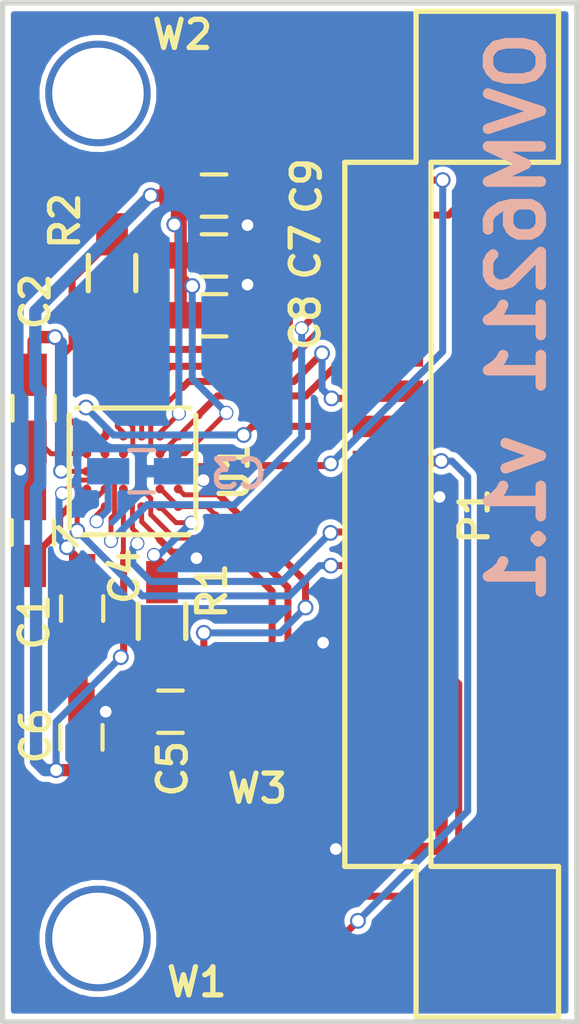
<source format=kicad_pcb>
(kicad_pcb (version 4) (host pcbnew 4.0.5)

  (general
    (links 52)
    (no_connects 0)
    (area 153.975 79.705 172.185001 110.175)
    (thickness 1.6)
    (drawings 6)
    (tracks 339)
    (zones 0)
    (modules 18)
    (nets 23)
  )

  (page A4)
  (layers
    (0 F.Cu signal)
    (31 B.Cu signal)
    (32 B.Adhes user hide)
    (33 F.Adhes user hide)
    (34 B.Paste user hide)
    (35 F.Paste user hide)
    (36 B.SilkS user)
    (37 F.SilkS user)
    (38 B.Mask user hide)
    (39 F.Mask user hide)
    (40 Dwgs.User user hide)
    (41 Cmts.User user hide)
    (42 Eco1.User user hide)
    (43 Eco2.User user hide)
    (44 Edge.Cuts user)
    (45 Margin user hide)
    (46 B.CrtYd user hide)
    (47 F.CrtYd user hide)
    (48 B.Fab user hide)
    (49 F.Fab user hide)
  )

  (setup
    (last_trace_width 0.2)
    (trace_clearance 0.16)
    (zone_clearance 0.16)
    (zone_45_only no)
    (trace_min 0.14)
    (segment_width 0.2)
    (edge_width 0.15)
    (via_size 0.45)
    (via_drill 0.3302)
    (via_min_size 0.4)
    (via_min_drill 0.3302)
    (uvia_size 0.3)
    (uvia_drill 0.1)
    (uvias_allowed no)
    (uvia_min_size 0.2)
    (uvia_min_drill 0.1)
    (pcb_text_width 0.3)
    (pcb_text_size 1.5 1.5)
    (mod_edge_width 0.15)
    (mod_text_size 0.8 0.8)
    (mod_text_width 0.15)
    (pad_size 1.524 1.524)
    (pad_drill 0.762)
    (pad_to_mask_clearance 0.2)
    (aux_axis_origin 0 0)
    (visible_elements 7FFFEFFF)
    (pcbplotparams
      (layerselection 0x00030_80000001)
      (usegerberextensions false)
      (excludeedgelayer true)
      (linewidth 0.100000)
      (plotframeref false)
      (viasonmask false)
      (mode 1)
      (useauxorigin false)
      (hpglpennumber 1)
      (hpglpenspeed 20)
      (hpglpendiameter 15)
      (hpglpenoverlay 2)
      (psnegative false)
      (psa4output false)
      (plotreference true)
      (plotvalue true)
      (plotinvisibletext false)
      (padsonsilk false)
      (subtractmaskfromsilk false)
      (outputformat 1)
      (mirror false)
      (drillshape 1)
      (scaleselection 1)
      (outputdirectory ""))
  )

  (net 0 "")
  (net 1 "Net-(R1-Pad1)")
  (net 2 "Net-(C1-Pad1)")
  (net 3 GND)
  (net 4 "Net-(C2-Pad1)")
  (net 5 "Net-(C3-Pad1)")
  (net 6 "Net-(C4-Pad1)")
  (net 7 +2V8)
  (net 8 /CA_D1)
  (net 9 /CA_D3)
  (net 10 "Net-(P1-Pad7)")
  (net 11 /CA_D0)
  (net 12 /CA_D2)
  (net 13 "Net-(P1-Pad12)")
  (net 14 /CAB_SDA)
  (net 15 /CA_HREF)
  (net 16 /CAB_XCLK)
  (net 17 /CA_PWDN)
  (net 18 /CAB_SCL)
  (net 19 /CA_VSYNC)
  (net 20 "Net-(P1-Pad19)")
  (net 21 /CA_RST)
  (net 22 "Net-(R2-Pad2)")

  (net_class Default "This is the default net class."
    (clearance 0.16)
    (trace_width 0.2)
    (via_dia 0.45)
    (via_drill 0.3302)
    (uvia_dia 0.3)
    (uvia_drill 0.1)
  )

  (net_class BGA ""
    (clearance 0.05)
    (trace_width 0.14)
    (via_dia 0.4)
    (via_drill 0.3302)
    (uvia_dia 0.3)
    (uvia_drill 0.1)
    (add_net +2V8)
    (add_net /CAB_SCL)
    (add_net /CAB_SDA)
    (add_net /CAB_XCLK)
    (add_net /CA_D0)
    (add_net /CA_D1)
    (add_net /CA_D2)
    (add_net /CA_D3)
    (add_net /CA_HREF)
    (add_net /CA_PWDN)
    (add_net /CA_RST)
    (add_net /CA_VSYNC)
    (add_net GND)
    (add_net "Net-(C1-Pad1)")
    (add_net "Net-(C2-Pad1)")
    (add_net "Net-(C3-Pad1)")
    (add_net "Net-(C4-Pad1)")
    (add_net "Net-(P1-Pad12)")
    (add_net "Net-(P1-Pad19)")
    (add_net "Net-(P1-Pad7)")
    (add_net "Net-(R1-Pad1)")
    (add_net "Net-(R2-Pad2)")
  )

  (module gj_feet:BGA_29_x500_y520 (layer F.Cu) (tedit 58929D7A) (tstamp 5893C4E3)
    (at 159.482 93.734 90)
    (path /5893CAE6)
    (fp_text reference U1 (at -0.016 2.898 90) (layer F.SilkS)
      (effects (font (size 0.8 0.8) (thickness 0.15)))
    )
    (fp_text value OVM6211 (at 0.6 3.3 90) (layer F.Fab) hide
      (effects (font (size 0.8 0.8) (thickness 0.15)))
    )
    (fp_line (start -0.624 0.624) (end -0.624 -0.624) (layer Dwgs.User) (width 0.1))
    (fp_line (start 0.624 0.624) (end -0.624 0.624) (layer Dwgs.User) (width 0.1))
    (fp_line (start 0.624 -0.624) (end 0.624 0.624) (layer Dwgs.User) (width 0.1))
    (fp_line (start -0.624 -0.624) (end 0.624 -0.624) (layer Dwgs.User) (width 0.1))
    (fp_line (start -1.615 -1.615) (end -1.615 1.615) (layer Dwgs.User) (width 0.1))
    (fp_line (start -1.615 1.615) (end 1.615 1.615) (layer Dwgs.User) (width 0.1))
    (fp_line (start 1.615 1.615) (end 1.615 -1.615) (layer Dwgs.User) (width 0.1))
    (fp_line (start 1.615 -1.615) (end -1.615 -1.615) (layer Dwgs.User) (width 0.1))
    (fp_line (start -1.9 -1.9) (end 1.9 -1.9) (layer F.CrtYd) (width 0.15))
    (fp_line (start 1.9 -1.9) (end 1.9 1.9) (layer F.CrtYd) (width 0.15))
    (fp_line (start 1.9 1.9) (end -1.9 1.9) (layer F.CrtYd) (width 0.15))
    (fp_line (start -1.9 1.9) (end -1.9 -1.9) (layer F.CrtYd) (width 0.15))
    (fp_line (start 1.615 -1.8) (end -1.615 -1.8) (layer F.SilkS) (width 0.15))
    (fp_line (start 1.8 1.63) (end 1.8 -1.6) (layer F.SilkS) (width 0.15))
    (fp_line (start -1.63 1.8) (end 1.6 1.8) (layer F.SilkS) (width 0.15))
    (fp_line (start -1.8 -1.63) (end -1.8 1.6) (layer F.SilkS) (width 0.15))
    (fp_line (start -1.6 -2.1) (end -2.1 -1.6) (layer F.SilkS) (width 0.15))
    (pad A2 smd circle (at -0.5 -1.3 90) (size 0.25 0.25) (layers F.Cu F.Paste F.Mask)
      (net 2 "Net-(C1-Pad1)") (solder_mask_margin 0.0375) (thermal_width 0.15) (thermal_gap 0.4))
    (pad A3 smd circle (at 0 -1.3 90) (size 0.25 0.25) (layers F.Cu F.Paste F.Mask)
      (net 4 "Net-(C2-Pad1)") (solder_mask_margin 0.0375) (thermal_width 0.15) (thermal_gap 0.4))
    (pad A4 smd circle (at 0.5 -1.3 90) (size 0.25 0.25) (layers F.Cu F.Paste F.Mask)
      (net 3 GND) (solder_mask_margin 0.0375) (thermal_width 0.15) (thermal_gap 0.4))
    (pad A5 smd circle (at 1 -1.3 90) (size 0.25 0.25) (layers F.Cu F.Paste F.Mask)
      (net 7 +2V8) (solder_mask_margin 0.0375) (thermal_width 0.15) (thermal_gap 0.4))
    (pad B1 smd circle (at -1 -0.78 90) (size 0.25 0.25) (layers F.Cu F.Paste F.Mask)
      (net 5 "Net-(C3-Pad1)") (solder_mask_margin 0.0375) (thermal_width 0.15) (thermal_gap 0.4))
    (pad B2 smd circle (at -0.5 -0.78 90) (size 0.25 0.25) (layers F.Cu F.Paste F.Mask)
      (net 11 /CA_D0) (solder_mask_margin 0.0375) (thermal_width 0.15) (thermal_gap 0.4))
    (pad B3 smd circle (at 0 -0.78 90) (size 0.25 0.25) (layers F.Cu F.Paste F.Mask)
      (net 6 "Net-(C4-Pad1)") (solder_mask_margin 0.0375) (thermal_width 0.15) (thermal_gap 0.4))
    (pad B4 smd circle (at 0.5 -0.78 90) (size 0.25 0.25) (layers F.Cu F.Paste F.Mask)
      (net 7 +2V8) (solder_mask_margin 0.0375) (thermal_width 0.15) (thermal_gap 0.4))
    (pad B5 smd circle (at 1 -0.78 90) (size 0.25 0.25) (layers F.Cu F.Paste F.Mask)
      (net 14 /CAB_SDA) (solder_mask_margin 0.0375) (thermal_width 0.15) (thermal_gap 0.4))
    (pad C1 smd circle (at -1 -0.26 90) (size 0.25 0.25) (layers F.Cu F.Paste F.Mask)
      (net 7 +2V8) (solder_mask_margin 0.0375) (thermal_width 0.15) (thermal_gap 0.4))
    (pad C2 smd circle (at -0.5 -0.26 90) (size 0.25 0.25) (layers F.Cu F.Paste F.Mask)
      (net 12 /CA_D2) (solder_mask_margin 0.0375) (thermal_width 0.15) (thermal_gap 0.4))
    (pad C3 smd circle (at 0 -0.26 90) (size 0.25 0.25) (layers F.Cu F.Paste F.Mask)
      (net 18 /CAB_SCL) (solder_mask_margin 0.0375) (thermal_width 0.15) (thermal_gap 0.4))
    (pad C4 smd circle (at 0.5 -0.26 90) (size 0.25 0.25) (layers F.Cu F.Paste F.Mask)
      (net 19 /CA_VSYNC) (solder_mask_margin 0.0375) (thermal_width 0.15) (thermal_gap 0.4))
    (pad C5 smd circle (at 1 -0.26 90) (size 0.25 0.25) (layers F.Cu F.Paste F.Mask)
      (net 22 "Net-(R2-Pad2)") (solder_mask_margin 0.0375) (thermal_width 0.15) (thermal_gap 0.4))
    (pad D1 smd circle (at -1 0.26 90) (size 0.25 0.25) (layers F.Cu F.Paste F.Mask)
      (net 3 GND) (solder_mask_margin 0.0375) (thermal_width 0.15) (thermal_gap 0.4))
    (pad D2 smd circle (at -0.5 0.26 90) (size 0.25 0.25) (layers F.Cu F.Paste F.Mask)
      (net 8 /CA_D1) (solder_mask_margin 0.0375) (thermal_width 0.15) (thermal_gap 0.4))
    (pad D3 smd circle (at 0 0.26 90) (size 0.25 0.25) (layers F.Cu F.Paste F.Mask)
      (net 3 GND) (solder_mask_margin 0.0375) (thermal_width 0.15) (thermal_gap 0.4))
    (pad D4 smd circle (at 0.5 0.26 90) (size 0.25 0.25) (layers F.Cu F.Paste F.Mask)
      (net 15 /CA_HREF) (solder_mask_margin 0.0375) (thermal_width 0.15) (thermal_gap 0.4))
    (pad D5 smd circle (at 1 0.26 90) (size 0.25 0.25) (layers F.Cu F.Paste F.Mask)
      (net 17 /CA_PWDN) (solder_mask_margin 0.0375) (thermal_width 0.15) (thermal_gap 0.4))
    (pad E1 smd circle (at -1 0.78 90) (size 0.25 0.25) (layers F.Cu F.Paste F.Mask)
      (net 1 "Net-(R1-Pad1)") (solder_mask_margin 0.0375) (thermal_width 0.15) (thermal_gap 0.4))
    (pad E2 smd circle (at -0.5 0.78 90) (size 0.25 0.25) (layers F.Cu F.Paste F.Mask)
      (net 9 /CA_D3) (solder_mask_margin 0.0375) (thermal_width 0.15) (thermal_gap 0.4))
    (pad E3 smd circle (at 0 0.78 90) (size 0.25 0.25) (layers F.Cu F.Paste F.Mask)
      (net 3 GND) (solder_mask_margin 0.0375) (thermal_width 0.15) (thermal_gap 0.4))
    (pad E4 smd circle (at 0.5 0.78 90) (size 0.25 0.25) (layers F.Cu F.Paste F.Mask)
      (net 16 /CAB_XCLK) (solder_mask_margin 0.0375) (thermal_width 0.15) (thermal_gap 0.4))
    (pad E5 smd circle (at 1 0.78 90) (size 0.25 0.25) (layers F.Cu F.Paste F.Mask)
      (net 7 +2V8) (solder_mask_margin 0.0375) (thermal_width 0.15) (thermal_gap 0.4))
    (pad F1 smd circle (at -1 1.3 90) (size 0.25 0.25) (layers F.Cu F.Paste F.Mask)
      (net 9 /CA_D3) (solder_mask_margin 0.0375) (thermal_width 0.15) (thermal_gap 0.4))
    (pad F2 smd circle (at -0.5 1.3 90) (size 0.25 0.25) (layers F.Cu F.Paste F.Mask)
      (net 7 +2V8) (solder_mask_margin 0.0375) (thermal_width 0.15) (thermal_gap 0.4))
    (pad F3 smd circle (at 0 1.3 90) (size 0.25 0.25) (layers F.Cu F.Paste F.Mask)
      (net 21 /CA_RST) (solder_mask_margin 0.0375) (thermal_width 0.15) (thermal_gap 0.4))
    (pad F4 smd circle (at 0.5 1.3 90) (size 0.25 0.25) (layers F.Cu F.Paste F.Mask)
      (net 7 +2V8) (solder_mask_margin 0.0375) (thermal_width 0.15) (thermal_gap 0.4))
    (pad F5 smd circle (at 1 1.3 90) (size 0.25 0.25) (layers F.Cu F.Paste F.Mask)
      (net 16 /CAB_XCLK) (solder_mask_margin 0.0375) (thermal_width 0.15) (thermal_gap 0.4))
  )

  (module gj_feet:HOLE-2.5 locked (layer F.Cu) (tedit 5894FF19) (tstamp 5894FFDB)
    (at 158.5 83)
    (descr "Hole 2.5 mm")
    (tags hole)
    (fp_text reference H** (at 0.3 -2.5) (layer F.SilkS) hide
      (effects (font (size 0.8 0.8) (thickness 0.15)))
    )
    (fp_text value 2.5mm (at 0 2.3) (layer F.Fab) hide
      (effects (font (size 0.8 0.8) (thickness 0.15)))
    )
    (pad "" np_thru_hole circle (at 0 0) (size 3 3) (drill 2.6) (layers *.Cu *.Mask))
  )

  (module Resistors_SMD:R_0603_HandSoldering (layer F.Cu) (tedit 58307AEF) (tstamp 5893C4BC)
    (at 160.32 97.98 270)
    (descr "Resistor SMD 0603, hand soldering")
    (tags "resistor 0603")
    (path /58945FC9)
    (attr smd)
    (fp_text reference R1 (at -0.85 -1.42 270) (layer F.SilkS)
      (effects (font (size 0.8 0.8) (thickness 0.15)))
    )
    (fp_text value 10k (at 0 1.9 270) (layer F.Fab)
      (effects (font (size 0.8 0.8) (thickness 0.15)))
    )
    (fp_line (start -0.8 0.4) (end -0.8 -0.4) (layer F.Fab) (width 0.1))
    (fp_line (start 0.8 0.4) (end -0.8 0.4) (layer F.Fab) (width 0.1))
    (fp_line (start 0.8 -0.4) (end 0.8 0.4) (layer F.Fab) (width 0.1))
    (fp_line (start -0.8 -0.4) (end 0.8 -0.4) (layer F.Fab) (width 0.1))
    (fp_line (start -2 -0.8) (end 2 -0.8) (layer F.CrtYd) (width 0.05))
    (fp_line (start -2 0.8) (end 2 0.8) (layer F.CrtYd) (width 0.05))
    (fp_line (start -2 -0.8) (end -2 0.8) (layer F.CrtYd) (width 0.05))
    (fp_line (start 2 -0.8) (end 2 0.8) (layer F.CrtYd) (width 0.05))
    (fp_line (start 0.5 0.675) (end -0.5 0.675) (layer F.SilkS) (width 0.15))
    (fp_line (start -0.5 -0.675) (end 0.5 -0.675) (layer F.SilkS) (width 0.15))
    (pad 1 smd rect (at -1.1 0 270) (size 1.2 0.9) (layers F.Cu F.Paste F.Mask)
      (net 1 "Net-(R1-Pad1)"))
    (pad 2 smd rect (at 1.1 0 270) (size 1.2 0.9) (layers F.Cu F.Paste F.Mask)
      (net 3 GND))
    (model Resistors_SMD.3dshapes/R_0603_HandSoldering.wrl
      (at (xyz 0 0 0))
      (scale (xyz 1 1 1))
      (rotate (xyz 0 0 0))
    )
  )

  (module Capacitors_SMD:C_0603_HandSoldering (layer F.Cu) (tedit 541A9B4D) (tstamp 5893C46C)
    (at 156.65 95.47 90)
    (descr "Capacitor SMD 0603, hand soldering")
    (tags "capacitor 0603")
    (path /589444BA)
    (attr smd)
    (fp_text reference C1 (at -2.54 0.04 90) (layer F.SilkS)
      (effects (font (size 0.8 0.8) (thickness 0.15)))
    )
    (fp_text value "1 uF" (at 0 1.9 90) (layer F.Fab)
      (effects (font (size 0.8 0.8) (thickness 0.15)))
    )
    (fp_line (start -0.8 0.4) (end -0.8 -0.4) (layer F.Fab) (width 0.1))
    (fp_line (start 0.8 0.4) (end -0.8 0.4) (layer F.Fab) (width 0.1))
    (fp_line (start 0.8 -0.4) (end 0.8 0.4) (layer F.Fab) (width 0.1))
    (fp_line (start -0.8 -0.4) (end 0.8 -0.4) (layer F.Fab) (width 0.1))
    (fp_line (start -1.85 -0.75) (end 1.85 -0.75) (layer F.CrtYd) (width 0.05))
    (fp_line (start -1.85 0.75) (end 1.85 0.75) (layer F.CrtYd) (width 0.05))
    (fp_line (start -1.85 -0.75) (end -1.85 0.75) (layer F.CrtYd) (width 0.05))
    (fp_line (start 1.85 -0.75) (end 1.85 0.75) (layer F.CrtYd) (width 0.05))
    (fp_line (start -0.35 -0.6) (end 0.35 -0.6) (layer F.SilkS) (width 0.12))
    (fp_line (start 0.35 0.6) (end -0.35 0.6) (layer F.SilkS) (width 0.12))
    (pad 1 smd rect (at -0.95 0 90) (size 1.2 0.75) (layers F.Cu F.Paste F.Mask)
      (net 2 "Net-(C1-Pad1)"))
    (pad 2 smd rect (at 0.95 0 90) (size 1.2 0.75) (layers F.Cu F.Paste F.Mask)
      (net 3 GND))
    (model Capacitors_SMD.3dshapes/C_0603_HandSoldering.wrl
      (at (xyz 0 0 0))
      (scale (xyz 1 1 1))
      (rotate (xyz 0 0 0))
    )
  )

  (module Capacitors_SMD:C_0603_HandSoldering (layer F.Cu) (tedit 541A9B4D) (tstamp 5893C472)
    (at 156.67 91.94 270)
    (descr "Capacitor SMD 0603, hand soldering")
    (tags "capacitor 0603")
    (path /58944523)
    (attr smd)
    (fp_text reference C2 (at -3.03 -0.05 270) (layer F.SilkS)
      (effects (font (size 0.8 0.8) (thickness 0.15)))
    )
    (fp_text value "1 uF" (at 0 1.9 270) (layer F.Fab)
      (effects (font (size 0.8 0.8) (thickness 0.15)))
    )
    (fp_line (start -0.8 0.4) (end -0.8 -0.4) (layer F.Fab) (width 0.1))
    (fp_line (start 0.8 0.4) (end -0.8 0.4) (layer F.Fab) (width 0.1))
    (fp_line (start 0.8 -0.4) (end 0.8 0.4) (layer F.Fab) (width 0.1))
    (fp_line (start -0.8 -0.4) (end 0.8 -0.4) (layer F.Fab) (width 0.1))
    (fp_line (start -1.85 -0.75) (end 1.85 -0.75) (layer F.CrtYd) (width 0.05))
    (fp_line (start -1.85 0.75) (end 1.85 0.75) (layer F.CrtYd) (width 0.05))
    (fp_line (start -1.85 -0.75) (end -1.85 0.75) (layer F.CrtYd) (width 0.05))
    (fp_line (start 1.85 -0.75) (end 1.85 0.75) (layer F.CrtYd) (width 0.05))
    (fp_line (start -0.35 -0.6) (end 0.35 -0.6) (layer F.SilkS) (width 0.12))
    (fp_line (start 0.35 0.6) (end -0.35 0.6) (layer F.SilkS) (width 0.12))
    (pad 1 smd rect (at -0.95 0 270) (size 1.2 0.75) (layers F.Cu F.Paste F.Mask)
      (net 4 "Net-(C2-Pad1)"))
    (pad 2 smd rect (at 0.95 0 270) (size 1.2 0.75) (layers F.Cu F.Paste F.Mask)
      (net 3 GND))
    (model Capacitors_SMD.3dshapes/C_0603_HandSoldering.wrl
      (at (xyz 0 0 0))
      (scale (xyz 1 1 1))
      (rotate (xyz 0 0 0))
    )
  )

  (module Capacitors_SMD:C_0603_HandSoldering (layer B.Cu) (tedit 541A9B4D) (tstamp 5893C478)
    (at 159.74 93.73)
    (descr "Capacitor SMD 0603, hand soldering")
    (tags "capacitor 0603")
    (path /58944625)
    (attr smd)
    (fp_text reference C3 (at 2.76 0.08) (layer B.SilkS)
      (effects (font (size 0.8 0.8) (thickness 0.15)) (justify mirror))
    )
    (fp_text value "1 uF" (at 0 -1.9) (layer B.Fab)
      (effects (font (size 0.8 0.8) (thickness 0.15)) (justify mirror))
    )
    (fp_line (start -0.8 -0.4) (end -0.8 0.4) (layer B.Fab) (width 0.1))
    (fp_line (start 0.8 -0.4) (end -0.8 -0.4) (layer B.Fab) (width 0.1))
    (fp_line (start 0.8 0.4) (end 0.8 -0.4) (layer B.Fab) (width 0.1))
    (fp_line (start -0.8 0.4) (end 0.8 0.4) (layer B.Fab) (width 0.1))
    (fp_line (start -1.85 0.75) (end 1.85 0.75) (layer B.CrtYd) (width 0.05))
    (fp_line (start -1.85 -0.75) (end 1.85 -0.75) (layer B.CrtYd) (width 0.05))
    (fp_line (start -1.85 0.75) (end -1.85 -0.75) (layer B.CrtYd) (width 0.05))
    (fp_line (start 1.85 0.75) (end 1.85 -0.75) (layer B.CrtYd) (width 0.05))
    (fp_line (start -0.35 0.6) (end 0.35 0.6) (layer B.SilkS) (width 0.12))
    (fp_line (start 0.35 -0.6) (end -0.35 -0.6) (layer B.SilkS) (width 0.12))
    (pad 1 smd rect (at -0.95 0) (size 1.2 0.75) (layers B.Cu B.Paste B.Mask)
      (net 5 "Net-(C3-Pad1)"))
    (pad 2 smd rect (at 0.95 0) (size 1.2 0.75) (layers B.Cu B.Paste B.Mask)
      (net 3 GND))
    (model Capacitors_SMD.3dshapes/C_0603_HandSoldering.wrl
      (at (xyz 0 0 0))
      (scale (xyz 1 1 1))
      (rotate (xyz 0 0 0))
    )
  )

  (module Capacitors_SMD:C_0603_HandSoldering (layer F.Cu) (tedit 541A9B4D) (tstamp 5893C47E)
    (at 158.05 97.63 270)
    (descr "Capacitor SMD 0603, hand soldering")
    (tags "capacitor 0603")
    (path /5894462B)
    (attr smd)
    (fp_text reference C4 (at -0.92 -1.21 450) (layer F.SilkS)
      (effects (font (size 0.8 0.8) (thickness 0.15)))
    )
    (fp_text value "1 uF" (at 0 1.9 270) (layer F.Fab)
      (effects (font (size 0.8 0.8) (thickness 0.15)))
    )
    (fp_line (start -0.8 0.4) (end -0.8 -0.4) (layer F.Fab) (width 0.1))
    (fp_line (start 0.8 0.4) (end -0.8 0.4) (layer F.Fab) (width 0.1))
    (fp_line (start 0.8 -0.4) (end 0.8 0.4) (layer F.Fab) (width 0.1))
    (fp_line (start -0.8 -0.4) (end 0.8 -0.4) (layer F.Fab) (width 0.1))
    (fp_line (start -1.85 -0.75) (end 1.85 -0.75) (layer F.CrtYd) (width 0.05))
    (fp_line (start -1.85 0.75) (end 1.85 0.75) (layer F.CrtYd) (width 0.05))
    (fp_line (start -1.85 -0.75) (end -1.85 0.75) (layer F.CrtYd) (width 0.05))
    (fp_line (start 1.85 -0.75) (end 1.85 0.75) (layer F.CrtYd) (width 0.05))
    (fp_line (start -0.35 -0.6) (end 0.35 -0.6) (layer F.SilkS) (width 0.12))
    (fp_line (start 0.35 0.6) (end -0.35 0.6) (layer F.SilkS) (width 0.12))
    (pad 1 smd rect (at -0.95 0 270) (size 1.2 0.75) (layers F.Cu F.Paste F.Mask)
      (net 6 "Net-(C4-Pad1)"))
    (pad 2 smd rect (at 0.95 0 270) (size 1.2 0.75) (layers F.Cu F.Paste F.Mask)
      (net 3 GND))
    (model Capacitors_SMD.3dshapes/C_0603_HandSoldering.wrl
      (at (xyz 0 0 0))
      (scale (xyz 1 1 1))
      (rotate (xyz 0 0 0))
    )
  )

  (module Capacitors_SMD:C_0603_HandSoldering (layer F.Cu) (tedit 541A9B4D) (tstamp 5893C484)
    (at 160.56 100.56 180)
    (descr "Capacitor SMD 0603, hand soldering")
    (tags "capacitor 0603")
    (path /5894550C)
    (attr smd)
    (fp_text reference C5 (at -0.06 -1.62 270) (layer F.SilkS)
      (effects (font (size 0.8 0.8) (thickness 0.15)))
    )
    (fp_text value "0.1 uF" (at 0 1.9 180) (layer F.Fab)
      (effects (font (size 0.8 0.8) (thickness 0.15)))
    )
    (fp_line (start -0.8 0.4) (end -0.8 -0.4) (layer F.Fab) (width 0.1))
    (fp_line (start 0.8 0.4) (end -0.8 0.4) (layer F.Fab) (width 0.1))
    (fp_line (start 0.8 -0.4) (end 0.8 0.4) (layer F.Fab) (width 0.1))
    (fp_line (start -0.8 -0.4) (end 0.8 -0.4) (layer F.Fab) (width 0.1))
    (fp_line (start -1.85 -0.75) (end 1.85 -0.75) (layer F.CrtYd) (width 0.05))
    (fp_line (start -1.85 0.75) (end 1.85 0.75) (layer F.CrtYd) (width 0.05))
    (fp_line (start -1.85 -0.75) (end -1.85 0.75) (layer F.CrtYd) (width 0.05))
    (fp_line (start 1.85 -0.75) (end 1.85 0.75) (layer F.CrtYd) (width 0.05))
    (fp_line (start -0.35 -0.6) (end 0.35 -0.6) (layer F.SilkS) (width 0.12))
    (fp_line (start 0.35 0.6) (end -0.35 0.6) (layer F.SilkS) (width 0.12))
    (pad 1 smd rect (at -0.95 0 180) (size 1.2 0.75) (layers F.Cu F.Paste F.Mask)
      (net 7 +2V8))
    (pad 2 smd rect (at 0.95 0 180) (size 1.2 0.75) (layers F.Cu F.Paste F.Mask)
      (net 3 GND))
    (model Capacitors_SMD.3dshapes/C_0603_HandSoldering.wrl
      (at (xyz 0 0 0))
      (scale (xyz 1 1 1))
      (rotate (xyz 0 0 0))
    )
  )

  (module Capacitors_SMD:C_0603_HandSoldering (layer F.Cu) (tedit 541A9B4D) (tstamp 5893C48A)
    (at 158.03 101.29 90)
    (descr "Capacitor SMD 0603, hand soldering")
    (tags "capacitor 0603")
    (path /5894541A)
    (attr smd)
    (fp_text reference C6 (at 0.05 -1.3 90) (layer F.SilkS)
      (effects (font (size 0.8 0.8) (thickness 0.15)))
    )
    (fp_text value "1 uF" (at 0 1.9 90) (layer F.Fab)
      (effects (font (size 0.8 0.8) (thickness 0.15)))
    )
    (fp_line (start -0.8 0.4) (end -0.8 -0.4) (layer F.Fab) (width 0.1))
    (fp_line (start 0.8 0.4) (end -0.8 0.4) (layer F.Fab) (width 0.1))
    (fp_line (start 0.8 -0.4) (end 0.8 0.4) (layer F.Fab) (width 0.1))
    (fp_line (start -0.8 -0.4) (end 0.8 -0.4) (layer F.Fab) (width 0.1))
    (fp_line (start -1.85 -0.75) (end 1.85 -0.75) (layer F.CrtYd) (width 0.05))
    (fp_line (start -1.85 0.75) (end 1.85 0.75) (layer F.CrtYd) (width 0.05))
    (fp_line (start -1.85 -0.75) (end -1.85 0.75) (layer F.CrtYd) (width 0.05))
    (fp_line (start 1.85 -0.75) (end 1.85 0.75) (layer F.CrtYd) (width 0.05))
    (fp_line (start -0.35 -0.6) (end 0.35 -0.6) (layer F.SilkS) (width 0.12))
    (fp_line (start 0.35 0.6) (end -0.35 0.6) (layer F.SilkS) (width 0.12))
    (pad 1 smd rect (at -0.95 0 90) (size 1.2 0.75) (layers F.Cu F.Paste F.Mask)
      (net 7 +2V8))
    (pad 2 smd rect (at 0.95 0 90) (size 1.2 0.75) (layers F.Cu F.Paste F.Mask)
      (net 3 GND))
    (model Capacitors_SMD.3dshapes/C_0603_HandSoldering.wrl
      (at (xyz 0 0 0))
      (scale (xyz 1 1 1))
      (rotate (xyz 0 0 0))
    )
  )

  (module Capacitors_SMD:C_0603_HandSoldering (layer F.Cu) (tedit 541A9B4D) (tstamp 5893C490)
    (at 161.8 87.6)
    (descr "Capacitor SMD 0603, hand soldering")
    (tags "capacitor 0603")
    (path /58944D45)
    (attr smd)
    (fp_text reference C7 (at 2.6 -0.1 90) (layer F.SilkS)
      (effects (font (size 0.8 0.8) (thickness 0.15)))
    )
    (fp_text value "1 uF" (at 0 1.9) (layer F.Fab)
      (effects (font (size 0.8 0.8) (thickness 0.15)))
    )
    (fp_line (start -0.8 0.4) (end -0.8 -0.4) (layer F.Fab) (width 0.1))
    (fp_line (start 0.8 0.4) (end -0.8 0.4) (layer F.Fab) (width 0.1))
    (fp_line (start 0.8 -0.4) (end 0.8 0.4) (layer F.Fab) (width 0.1))
    (fp_line (start -0.8 -0.4) (end 0.8 -0.4) (layer F.Fab) (width 0.1))
    (fp_line (start -1.85 -0.75) (end 1.85 -0.75) (layer F.CrtYd) (width 0.05))
    (fp_line (start -1.85 0.75) (end 1.85 0.75) (layer F.CrtYd) (width 0.05))
    (fp_line (start -1.85 -0.75) (end -1.85 0.75) (layer F.CrtYd) (width 0.05))
    (fp_line (start 1.85 -0.75) (end 1.85 0.75) (layer F.CrtYd) (width 0.05))
    (fp_line (start -0.35 -0.6) (end 0.35 -0.6) (layer F.SilkS) (width 0.12))
    (fp_line (start 0.35 0.6) (end -0.35 0.6) (layer F.SilkS) (width 0.12))
    (pad 1 smd rect (at -0.95 0) (size 1.2 0.75) (layers F.Cu F.Paste F.Mask)
      (net 7 +2V8))
    (pad 2 smd rect (at 0.95 0) (size 1.2 0.75) (layers F.Cu F.Paste F.Mask)
      (net 3 GND))
    (model Capacitors_SMD.3dshapes/C_0603_HandSoldering.wrl
      (at (xyz 0 0 0))
      (scale (xyz 1 1 1))
      (rotate (xyz 0 0 0))
    )
  )

  (module Capacitors_SMD:C_0603_HandSoldering (layer F.Cu) (tedit 541A9B4D) (tstamp 5893C496)
    (at 161.8 89.3)
    (descr "Capacitor SMD 0603, hand soldering")
    (tags "capacitor 0603")
    (path /58944C8C)
    (attr smd)
    (fp_text reference C8 (at 2.6 0.2 90) (layer F.SilkS)
      (effects (font (size 0.8 0.8) (thickness 0.15)))
    )
    (fp_text value "0.1 uF" (at 0 1.9) (layer F.Fab)
      (effects (font (size 0.8 0.8) (thickness 0.15)))
    )
    (fp_line (start -0.8 0.4) (end -0.8 -0.4) (layer F.Fab) (width 0.1))
    (fp_line (start 0.8 0.4) (end -0.8 0.4) (layer F.Fab) (width 0.1))
    (fp_line (start 0.8 -0.4) (end 0.8 0.4) (layer F.Fab) (width 0.1))
    (fp_line (start -0.8 -0.4) (end 0.8 -0.4) (layer F.Fab) (width 0.1))
    (fp_line (start -1.85 -0.75) (end 1.85 -0.75) (layer F.CrtYd) (width 0.05))
    (fp_line (start -1.85 0.75) (end 1.85 0.75) (layer F.CrtYd) (width 0.05))
    (fp_line (start -1.85 -0.75) (end -1.85 0.75) (layer F.CrtYd) (width 0.05))
    (fp_line (start 1.85 -0.75) (end 1.85 0.75) (layer F.CrtYd) (width 0.05))
    (fp_line (start -0.35 -0.6) (end 0.35 -0.6) (layer F.SilkS) (width 0.12))
    (fp_line (start 0.35 0.6) (end -0.35 0.6) (layer F.SilkS) (width 0.12))
    (pad 1 smd rect (at -0.95 0) (size 1.2 0.75) (layers F.Cu F.Paste F.Mask)
      (net 7 +2V8))
    (pad 2 smd rect (at 0.95 0) (size 1.2 0.75) (layers F.Cu F.Paste F.Mask)
      (net 3 GND))
    (model Capacitors_SMD.3dshapes/C_0603_HandSoldering.wrl
      (at (xyz 0 0 0))
      (scale (xyz 1 1 1))
      (rotate (xyz 0 0 0))
    )
  )

  (module Capacitors_SMD:C_0603_HandSoldering (layer F.Cu) (tedit 541A9B4D) (tstamp 5893C49C)
    (at 161.8 85.9)
    (descr "Capacitor SMD 0603, hand soldering")
    (tags "capacitor 0603")
    (path /58944CF7)
    (attr smd)
    (fp_text reference C9 (at 2.63 -0.27 270) (layer F.SilkS)
      (effects (font (size 0.8 0.8) (thickness 0.15)))
    )
    (fp_text value "0.1 uF" (at 0 1.9) (layer F.Fab)
      (effects (font (size 0.8 0.8) (thickness 0.15)))
    )
    (fp_line (start -0.8 0.4) (end -0.8 -0.4) (layer F.Fab) (width 0.1))
    (fp_line (start 0.8 0.4) (end -0.8 0.4) (layer F.Fab) (width 0.1))
    (fp_line (start 0.8 -0.4) (end 0.8 0.4) (layer F.Fab) (width 0.1))
    (fp_line (start -0.8 -0.4) (end 0.8 -0.4) (layer F.Fab) (width 0.1))
    (fp_line (start -1.85 -0.75) (end 1.85 -0.75) (layer F.CrtYd) (width 0.05))
    (fp_line (start -1.85 0.75) (end 1.85 0.75) (layer F.CrtYd) (width 0.05))
    (fp_line (start -1.85 -0.75) (end -1.85 0.75) (layer F.CrtYd) (width 0.05))
    (fp_line (start 1.85 -0.75) (end 1.85 0.75) (layer F.CrtYd) (width 0.05))
    (fp_line (start -0.35 -0.6) (end 0.35 -0.6) (layer F.SilkS) (width 0.12))
    (fp_line (start 0.35 0.6) (end -0.35 0.6) (layer F.SilkS) (width 0.12))
    (pad 1 smd rect (at -0.95 0) (size 1.2 0.75) (layers F.Cu F.Paste F.Mask)
      (net 7 +2V8))
    (pad 2 smd rect (at 0.95 0) (size 1.2 0.75) (layers F.Cu F.Paste F.Mask)
      (net 3 GND))
    (model Capacitors_SMD.3dshapes/C_0603_HandSoldering.wrl
      (at (xyz 0 0 0))
      (scale (xyz 1 1 1))
      (rotate (xyz 0 0 0))
    )
  )

  (module visionFeet:WurthFFC_1mm_20 (layer F.Cu) (tedit 0) (tstamp 5893C4B6)
    (at 166.742 94.955 90)
    (path /589456ED)
    (fp_text reference P1 (at -0.045 2.458 90) (layer F.SilkS)
      (effects (font (size 0.8 0.8) (thickness 0.15)))
    )
    (fp_text value CONN_01X20 (at 0 3.5 90) (layer F.Fab)
      (effects (font (size 0.8 0.8) (thickness 0.15)))
    )
    (fp_line (start -10 -1.225) (end 10 -1.225) (layer F.SilkS) (width 0.15))
    (fp_line (start -10 1.225) (end 10 1.225) (layer F.SilkS) (width 0.15))
    (fp_line (start -10 1.225) (end -10 4.85) (layer F.SilkS) (width 0.15))
    (fp_line (start 10 1.225) (end 10 4.85) (layer F.SilkS) (width 0.15))
    (fp_line (start -10 4.85) (end -14.29 4.85) (layer F.SilkS) (width 0.15))
    (fp_line (start 10 4.85) (end 14.29 4.85) (layer F.SilkS) (width 0.15))
    (fp_line (start -14.29 4.85) (end -14.29 0.8) (layer F.SilkS) (width 0.15))
    (fp_line (start 14.29 4.85) (end 14.29 0.8) (layer F.SilkS) (width 0.15))
    (fp_line (start -14.29 0.8) (end -10 0.8) (layer F.SilkS) (width 0.15))
    (fp_line (start 14.29 0.8) (end 10 0.8) (layer F.SilkS) (width 0.15))
    (fp_line (start -10 0.8) (end -10 -1.225) (layer F.SilkS) (width 0.15))
    (fp_line (start 10 0.8) (end 10 -1.225) (layer F.SilkS) (width 0.15))
    (pad 1 smd rect (at -9.5 0 90) (size 0.61 2) (layers F.Cu F.Paste F.Mask)
      (net 3 GND))
    (pad 2 smd rect (at -8.5 0 90) (size 0.61 2) (layers F.Cu F.Paste F.Mask)
      (net 7 +2V8))
    (pad 3 smd rect (at -7.5 0 90) (size 0.61 2) (layers F.Cu F.Paste F.Mask)
      (net 3 GND))
    (pad 4 smd rect (at -6.5 0 90) (size 0.61 2) (layers F.Cu F.Paste F.Mask)
      (net 8 /CA_D1))
    (pad 5 smd rect (at -5.5 0 90) (size 0.61 2) (layers F.Cu F.Paste F.Mask)
      (net 9 /CA_D3))
    (pad 6 smd rect (at -4.5 0 90) (size 0.61 2) (layers F.Cu F.Paste F.Mask)
      (net 3 GND))
    (pad 7 smd rect (at -3.5 0 90) (size 0.61 2) (layers F.Cu F.Paste F.Mask)
      (net 10 "Net-(P1-Pad7)"))
    (pad 8 smd rect (at -2.5 0 90) (size 0.61 2) (layers F.Cu F.Paste F.Mask)
      (net 3 GND))
    (pad 9 smd rect (at -1.5 0 90) (size 0.61 2) (layers F.Cu F.Paste F.Mask)
      (net 11 /CA_D0))
    (pad 10 smd rect (at -0.5 0 90) (size 0.61 2) (layers F.Cu F.Paste F.Mask)
      (net 12 /CA_D2))
    (pad 11 smd rect (at 0.5 0 90) (size 0.61 2) (layers F.Cu F.Paste F.Mask)
      (net 3 GND))
    (pad 12 smd rect (at 1.5 0 90) (size 0.61 2) (layers F.Cu F.Paste F.Mask)
      (net 13 "Net-(P1-Pad12)"))
    (pad 13 smd rect (at 2.5 0 90) (size 0.61 2) (layers F.Cu F.Paste F.Mask)
      (net 14 /CAB_SDA))
    (pad 14 smd rect (at 3.5 0 90) (size 0.61 2) (layers F.Cu F.Paste F.Mask)
      (net 15 /CA_HREF))
    (pad 15 smd rect (at 4.5 0 90) (size 0.61 2) (layers F.Cu F.Paste F.Mask)
      (net 16 /CAB_XCLK))
    (pad 16 smd rect (at 5.5 0 90) (size 0.61 2) (layers F.Cu F.Paste F.Mask)
      (net 17 /CA_PWDN))
    (pad 17 smd rect (at 6.5 0 90) (size 0.61 2) (layers F.Cu F.Paste F.Mask)
      (net 18 /CAB_SCL))
    (pad 18 smd rect (at 7.5 0 90) (size 0.61 2) (layers F.Cu F.Paste F.Mask)
      (net 19 /CA_VSYNC))
    (pad 19 smd rect (at 8.5 0 90) (size 0.61 2) (layers F.Cu F.Paste F.Mask)
      (net 20 "Net-(P1-Pad19)"))
    (pad 20 smd rect (at 9.5 0 90) (size 0.61 2) (layers F.Cu F.Paste F.Mask)
      (net 21 /CA_RST))
    (pad 0 smd rect (at -12.5 2.9 90) (size 2.68 3.6) (layers F.Cu F.Paste F.Mask))
    (pad 0 smd rect (at 12.5 2.9 90) (size 2.68 3.6) (layers F.Cu F.Paste F.Mask))
  )

  (module Resistors_SMD:R_0603_HandSoldering (layer F.Cu) (tedit 58307AEF) (tstamp 5893C4C2)
    (at 158.9 88.1 270)
    (descr "Resistor SMD 0603, hand soldering")
    (tags "resistor 0603")
    (path /58945A71)
    (attr smd)
    (fp_text reference R2 (at -1.48 1.34 270) (layer F.SilkS)
      (effects (font (size 0.8 0.8) (thickness 0.15)))
    )
    (fp_text value 10k (at 0 1.9 270) (layer F.Fab)
      (effects (font (size 0.8 0.8) (thickness 0.15)))
    )
    (fp_line (start -0.8 0.4) (end -0.8 -0.4) (layer F.Fab) (width 0.1))
    (fp_line (start 0.8 0.4) (end -0.8 0.4) (layer F.Fab) (width 0.1))
    (fp_line (start 0.8 -0.4) (end 0.8 0.4) (layer F.Fab) (width 0.1))
    (fp_line (start -0.8 -0.4) (end 0.8 -0.4) (layer F.Fab) (width 0.1))
    (fp_line (start -2 -0.8) (end 2 -0.8) (layer F.CrtYd) (width 0.05))
    (fp_line (start -2 0.8) (end 2 0.8) (layer F.CrtYd) (width 0.05))
    (fp_line (start -2 -0.8) (end -2 0.8) (layer F.CrtYd) (width 0.05))
    (fp_line (start 2 -0.8) (end 2 0.8) (layer F.CrtYd) (width 0.05))
    (fp_line (start 0.5 0.675) (end -0.5 0.675) (layer F.SilkS) (width 0.15))
    (fp_line (start -0.5 -0.675) (end 0.5 -0.675) (layer F.SilkS) (width 0.15))
    (pad 1 smd rect (at -1.1 0 270) (size 1.2 0.9) (layers F.Cu F.Paste F.Mask)
      (net 7 +2V8))
    (pad 2 smd rect (at 1.1 0 270) (size 1.2 0.9) (layers F.Cu F.Paste F.Mask)
      (net 22 "Net-(R2-Pad2)"))
    (model Resistors_SMD.3dshapes/R_0603_HandSoldering.wrl
      (at (xyz 0 0 0))
      (scale (xyz 1 1 1))
      (rotate (xyz 0 0 0))
    )
  )

  (module visionFeet:PAD-2x3.5mm (layer F.Cu) (tedit 588AEA6C) (tstamp 5893C4E8)
    (at 164 107.5 90)
    (path /58954695)
    (fp_text reference W1 (at -0.74 -2.69 180) (layer F.SilkS)
      (effects (font (size 0.8 0.8) (thickness 0.15)))
    )
    (fp_text value TEST_1P (at 0 3 90) (layer F.Fab)
      (effects (font (size 0.8 0.8) (thickness 0.15)))
    )
    (pad 1 smd oval (at 0 0 90) (size 2 3.5) (layers F.Cu F.Paste F.Mask)
      (net 13 "Net-(P1-Pad12)"))
  )

  (module visionFeet:PAD-2x3.5mm (layer F.Cu) (tedit 588AEA6C) (tstamp 5893C4ED)
    (at 163.3 82.8 90)
    (path /589550E5)
    (fp_text reference W2 (at 1.47 -2.4 180) (layer F.SilkS)
      (effects (font (size 0.8 0.8) (thickness 0.15)))
    )
    (fp_text value TEST_1P (at 0 3 90) (layer F.Fab)
      (effects (font (size 0.8 0.8) (thickness 0.15)))
    )
    (pad 1 smd oval (at 0 0 90) (size 2 3.5) (layers F.Cu F.Paste F.Mask)
      (net 20 "Net-(P1-Pad19)"))
  )

  (module visionFeet:PAD-2x3.5mm (layer F.Cu) (tedit 588AEA6C) (tstamp 5893C4F2)
    (at 162.2 104.6 90)
    (path /58954493)
    (fp_text reference W3 (at 1.86 0.83 180) (layer F.SilkS)
      (effects (font (size 0.8 0.8) (thickness 0.15)))
    )
    (fp_text value TEST_1P (at 0 3 90) (layer F.Fab)
      (effects (font (size 0.8 0.8) (thickness 0.15)))
    )
    (pad 1 smd oval (at 0 0 90) (size 2 3.5) (layers F.Cu F.Paste F.Mask)
      (net 10 "Net-(P1-Pad7)"))
  )

  (module gj_feet:HOLE-2.5 locked (layer F.Cu) (tedit 5894FF19) (tstamp 5894FFD9)
    (at 158.5 107)
    (descr "Hole 2.5 mm")
    (tags hole)
    (fp_text reference H** (at 0.3 -2.5) (layer F.SilkS) hide
      (effects (font (size 0.8 0.8) (thickness 0.15)))
    )
    (fp_text value 2.5mm (at 0 2.3) (layer F.Fab) hide
      (effects (font (size 0.8 0.8) (thickness 0.15)))
    )
    (pad "" np_thru_hole circle (at 0 0) (size 3 3) (drill 2.6) (layers *.Cu *.Mask))
  )

  (gr_text "OVM6211 v1.1" (at 170.41 89.36 90) (layer B.SilkS)
    (effects (font (size 1.5 1.5) (thickness 0.3)) (justify mirror))
  )
  (gr_line (start 155.79 80.43) (end 172.11 80.43) (layer Edge.Cuts) (width 0.15))
  (gr_line (start 155.79 109.37) (end 155.79 80.43) (layer Edge.Cuts) (width 0.15))
  (gr_line (start 155.89 109.37) (end 155.79 109.37) (layer Edge.Cuts) (width 0.15))
  (gr_line (start 172.11 109.37) (end 155.89 109.37) (layer Edge.Cuts) (width 0.15))
  (gr_line (start 172.11 80.419999) (end 172.11 109.37) (layer Edge.Cuts) (width 0.15))

  (segment (start 160.292506 96.307496) (end 160.092507 96.107497) (width 0.2) (layer F.Cu) (net 1))
  (segment (start 160.32 96.33499) (end 160.292506 96.307496) (width 0.2) (layer F.Cu) (net 1))
  (segment (start 160.32 96.88) (end 160.32 96.33499) (width 0.2) (layer F.Cu) (net 1))
  (segment (start 160.232503 96.107497) (end 160.092507 96.107497) (width 0.2) (layer B.Cu) (net 1))
  (segment (start 161.15 95.19) (end 160.232503 96.107497) (width 0.2) (layer B.Cu) (net 1))
  (via (at 160.092507 96.107497) (size 0.4) (drill 0.3302) (layers F.Cu B.Cu) (net 1))
  (segment (start 160.867158 95.19) (end 161.15 95.19) (width 0.14) (layer F.Cu) (net 1))
  (segment (start 160.718 95.19) (end 160.867158 95.19) (width 0.14) (layer F.Cu) (net 1))
  (segment (start 160.262 94.734) (end 160.718 95.19) (width 0.14) (layer F.Cu) (net 1))
  (via (at 161.15 95.19) (size 0.4) (drill 0.3302) (layers F.Cu B.Cu) (net 1))
  (segment (start 157.41 95.01) (end 157.65 94.77) (width 0.2) (layer F.Cu) (net 2))
  (segment (start 156.65 96.164998) (end 157.41 95.404998) (width 0.2) (layer F.Cu) (net 2))
  (segment (start 156.65 96.42) (end 156.65 96.164998) (width 0.2) (layer F.Cu) (net 2))
  (segment (start 157.41 95.404998) (end 157.41 95.01) (width 0.2) (layer F.Cu) (net 2))
  (segment (start 158.182 94.238) (end 157.65 94.77) (width 0.14) (layer F.Cu) (net 2))
  (segment (start 158.182 94.234) (end 158.182 94.238) (width 0.14) (layer F.Cu) (net 2))
  (segment (start 159.742 94.734) (end 159.742 95.162) (width 0.14) (layer F.Cu) (net 3))
  (segment (start 159.742 95.162) (end 160.25 95.67) (width 0.14) (layer F.Cu) (net 3))
  (segment (start 160.24 95.68) (end 160.25 95.67) (width 0.14) (layer F.Cu) (net 3))
  (segment (start 160.25 95.67) (end 160.61 96.03) (width 0.2) (layer F.Cu) (net 3))
  (segment (start 160.61 96.03) (end 161.13 96.03) (width 0.2) (layer F.Cu) (net 3))
  (segment (start 161.13 96.03) (end 161.3 96.2) (width 0.2) (layer F.Cu) (net 3))
  (via (at 161.3 96.2) (size 0.4) (drill 0.3302) (layers F.Cu B.Cu) (net 3))
  (segment (start 164.9 98.6) (end 164.9 97.8) (width 0.2) (layer F.Cu) (net 3))
  (segment (start 164.9 99.1) (end 164.9 98.6) (width 0.2) (layer F.Cu) (net 3))
  (via (at 164.9 98.6) (size 0.4) (drill 0.3302) (layers F.Cu B.Cu) (net 3))
  (segment (start 166.742 99.455) (end 165.255 99.455) (width 0.2) (layer F.Cu) (net 3))
  (segment (start 165.255 99.455) (end 164.9 99.1) (width 0.2) (layer F.Cu) (net 3))
  (segment (start 164.9 97.8) (end 165.245 97.455) (width 0.2) (layer F.Cu) (net 3))
  (segment (start 165.245 97.455) (end 166.742 97.455) (width 0.2) (layer F.Cu) (net 3))
  (segment (start 166.742 104.455) (end 168.092 104.455) (width 0.35) (layer F.Cu) (net 3))
  (segment (start 168.092 104.455) (end 168.267 104.28) (width 0.35) (layer F.Cu) (net 3))
  (segment (start 168.267 104.28) (end 168.267 102.63) (width 0.35) (layer F.Cu) (net 3))
  (segment (start 168.267 102.63) (end 168.092 102.455) (width 0.35) (layer F.Cu) (net 3))
  (segment (start 168.092 102.455) (end 166.742 102.455) (width 0.35) (layer F.Cu) (net 3))
  (segment (start 166.742 104.455) (end 165.265 104.455) (width 0.35) (layer F.Cu) (net 3))
  (segment (start 165.265 104.455) (end 165.26 104.46) (width 0.14) (layer F.Cu) (net 3))
  (via (at 165.26 104.46) (size 0.4) (drill 0.3302) (layers F.Cu B.Cu) (net 3))
  (segment (start 158.72 100.56) (end 158.25 100.56) (width 0.35) (layer F.Cu) (net 3))
  (segment (start 159.61 100.56) (end 158.72 100.56) (width 0.35) (layer F.Cu) (net 3))
  (via (at 158.72 100.56) (size 0.4) (drill 0.3302) (layers F.Cu B.Cu) (net 3))
  (segment (start 156.608198 93.69) (end 156.29 93.69) (width 0.35) (layer F.Cu) (net 3))
  (segment (start 156.62 93.69) (end 156.608198 93.69) (width 0.2) (layer F.Cu) (net 3))
  (segment (start 156.65 94.52) (end 156.65 93.72) (width 0.35) (layer F.Cu) (net 3))
  (segment (start 156.31 93.71) (end 156.29 93.69) (width 0.2) (layer F.Cu) (net 3))
  (segment (start 156.65 93.71) (end 156.31 93.71) (width 0.2) (layer F.Cu) (net 3))
  (segment (start 156.67 92.89) (end 156.67 93.69) (width 0.35) (layer F.Cu) (net 3))
  (segment (start 156.67 93.69) (end 156.65 93.71) (width 0.2) (layer F.Cu) (net 3))
  (segment (start 156.65 93.72) (end 156.62 93.69) (width 0.2) (layer F.Cu) (net 3))
  (via (at 156.29 93.69) (size 0.45) (drill 0.3302) (layers F.Cu B.Cu) (net 3))
  (segment (start 158.182 93.234) (end 157.164 93.234) (width 0.14) (layer F.Cu) (net 3))
  (segment (start 157.164 93.234) (end 156.82 92.89) (width 0.14) (layer F.Cu) (net 3))
  (segment (start 156.82 92.89) (end 156.67 92.89) (width 0.14) (layer F.Cu) (net 3))
  (segment (start 158.03 100.34) (end 158.03 98.6) (width 0.35) (layer F.Cu) (net 3))
  (segment (start 158.03 98.6) (end 158.05 98.58) (width 0.2) (layer F.Cu) (net 3))
  (segment (start 158.25 100.56) (end 158.03 100.34) (width 0.2) (layer F.Cu) (net 3))
  (segment (start 160.32 99.08) (end 160.32 99.85) (width 0.35) (layer F.Cu) (net 3))
  (segment (start 160.32 99.85) (end 159.61 100.56) (width 0.35) (layer F.Cu) (net 3))
  (segment (start 162.75 88.43) (end 162.75 89.3) (width 0.35) (layer F.Cu) (net 3))
  (segment (start 162.75 87.6) (end 162.75 88.43) (width 0.35) (layer F.Cu) (net 3))
  (via (at 162.75 88.43) (size 0.45) (drill 0.3302) (layers F.Cu B.Cu) (net 3))
  (segment (start 162.75 86.74) (end 162.75 87.6) (width 0.35) (layer F.Cu) (net 3))
  (segment (start 162.75 85.9) (end 162.75 86.74) (width 0.35) (layer F.Cu) (net 3))
  (via (at 162.75 86.74) (size 0.45) (drill 0.3302) (layers F.Cu B.Cu) (net 3))
  (segment (start 166.742 94.455) (end 168.205 94.455) (width 0.3) (layer F.Cu) (net 3))
  (segment (start 168.205 94.455) (end 168.21 94.46) (width 0.2) (layer F.Cu) (net 3))
  (via (at 168.21 94.46) (size 0.45) (drill 0.3302) (layers F.Cu B.Cu) (net 3))
  (segment (start 161.5 93.98) (end 160.94 93.98) (width 0.25) (layer B.Cu) (net 3))
  (segment (start 160.94 93.98) (end 160.69 93.73) (width 0.25) (layer B.Cu) (net 3))
  (via (at 161.5 93.98) (size 0.4) (drill 0.3302) (layers F.Cu B.Cu) (net 3))
  (segment (start 160.53 93.98) (end 161.5 93.98) (width 0.14) (layer F.Cu) (net 3))
  (segment (start 160.284 93.734) (end 160.53 93.98) (width 0.14) (layer F.Cu) (net 3))
  (segment (start 160.262 93.734) (end 160.284 93.734) (width 0.14) (layer F.Cu) (net 3))
  (segment (start 159.742 93.734) (end 160.262 93.734) (width 0.14) (layer F.Cu) (net 3))
  (segment (start 157.45 90.08999) (end 157.28001 89.92) (width 0.35) (layer B.Cu) (net 4))
  (segment (start 156.67 90.99) (end 156.67 90.04) (width 0.35) (layer F.Cu) (net 4))
  (segment (start 156.961812 89.92) (end 157.28001 89.92) (width 0.35) (layer F.Cu) (net 4))
  (segment (start 157.45 93.72) (end 157.45 90.08999) (width 0.35) (layer B.Cu) (net 4))
  (segment (start 156.79 89.92) (end 156.961812 89.92) (width 0.35) (layer F.Cu) (net 4))
  (segment (start 156.67 90.04) (end 156.79 89.92) (width 0.35) (layer F.Cu) (net 4))
  (via (at 157.28001 89.92) (size 0.45) (drill 0.3302) (layers F.Cu B.Cu) (net 4))
  (segment (start 157.544 93.734) (end 157.464 93.734) (width 0.14) (layer F.Cu) (net 4))
  (segment (start 157.464 93.734) (end 157.45 93.72) (width 0.14) (layer F.Cu) (net 4))
  (via (at 157.45 93.72) (size 0.45) (drill 0.3302) (layers F.Cu B.Cu) (net 4))
  (segment (start 158.182 93.734) (end 157.544 93.734) (width 0.14) (layer F.Cu) (net 4))
  (segment (start 158.46 95.15) (end 158.79 94.82) (width 0.2) (layer B.Cu) (net 5))
  (segment (start 158.79 94.82) (end 158.79 93.73) (width 0.2) (layer B.Cu) (net 5))
  (via (at 158.46 95.15) (size 0.4) (drill 0.3302) (layers F.Cu B.Cu) (net 5))
  (segment (start 158.702 94.734) (end 158.702 94.738) (width 0.14) (layer F.Cu) (net 5))
  (segment (start 158.702 94.738) (end 158.46 94.98) (width 0.14) (layer F.Cu) (net 5))
  (segment (start 158.46 94.98) (end 158.46 95.15) (width 0.14) (layer F.Cu) (net 5))
  (segment (start 157.48 94.36) (end 157.52 94.36) (width 0.2) (layer F.Cu) (net 6))
  (segment (start 157.52 94.36) (end 157.64 94.24) (width 0.2) (layer F.Cu) (net 6))
  (via (at 157.48 94.36) (size 0.4) (drill 0.3302) (layers F.Cu B.Cu) (net 6))
  (segment (start 157.395001 94.444999) (end 157.48 94.36) (width 0.2) (layer B.Cu) (net 6))
  (segment (start 157.62 95.89) (end 157.395001 95.665001) (width 0.2) (layer B.Cu) (net 6))
  (segment (start 157.395001 95.665001) (end 157.395001 94.444999) (width 0.2) (layer B.Cu) (net 6))
  (segment (start 158.05 96.68) (end 158.05 96.32) (width 0.2) (layer F.Cu) (net 6))
  (segment (start 158.05 96.32) (end 157.62 95.89) (width 0.2) (layer F.Cu) (net 6))
  (via (at 157.62 95.89) (size 0.45) (drill 0.3302) (layers F.Cu B.Cu) (net 6))
  (segment (start 157.89 93.99) (end 157.64 94.24) (width 0.14) (layer F.Cu) (net 6))
  (segment (start 158.43 93.98) (end 157.89 93.98) (width 0.14) (layer F.Cu) (net 6))
  (segment (start 157.89 93.98) (end 157.89 93.99) (width 0.14) (layer F.Cu) (net 6))
  (segment (start 158.676 93.734) (end 158.43 93.98) (width 0.14) (layer F.Cu) (net 6))
  (segment (start 158.702 93.734) (end 158.676 93.734) (width 0.14) (layer F.Cu) (net 6))
  (segment (start 158.702 93.734) (end 158.702 93.738) (width 0.14) (layer F.Cu) (net 6))
  (segment (start 164.4 97.281802) (end 164.4 97.6) (width 0.2) (layer F.Cu) (net 7))
  (segment (start 161.94 94.4) (end 164.4 96.86) (width 0.2) (layer F.Cu) (net 7))
  (segment (start 164.175001 97.824999) (end 164.4 97.6) (width 0.2) (layer B.Cu) (net 7))
  (segment (start 164.4 96.86) (end 164.4 97.281802) (width 0.2) (layer F.Cu) (net 7))
  (segment (start 163.68 98.32) (end 164.175001 97.824999) (width 0.2) (layer B.Cu) (net 7))
  (segment (start 161.51 98.32) (end 163.68 98.32) (width 0.2) (layer B.Cu) (net 7))
  (via (at 164.4 97.6) (size 0.45) (drill 0.3302) (layers F.Cu B.Cu) (net 7))
  (segment (start 159.222 94.734) (end 159.222 96.052) (width 0.14) (layer F.Cu) (net 7))
  (segment (start 159.222 96.052) (end 159.23 96.06) (width 0.14) (layer F.Cu) (net 7))
  (segment (start 159.23 97.61) (end 159.23 96.06) (width 0.2) (layer F.Cu) (net 7))
  (segment (start 159.23 97.61) (end 159.23 98.93) (width 0.2) (layer F.Cu) (net 7))
  (segment (start 159.23 98.93) (end 159.15 99.01) (width 0.2) (layer F.Cu) (net 7))
  (via (at 160 85.9) (size 0.45) (drill 0.3302) (layers F.Cu B.Cu) (net 7))
  (segment (start 156.72 89.18) (end 160 85.9) (width 0.35) (layer B.Cu) (net 7))
  (segment (start 157.31 102.22) (end 156.991802 102.22) (width 0.35) (layer B.Cu) (net 7))
  (segment (start 156.72 91.33) (end 156.72 89.18) (width 0.35) (layer B.Cu) (net 7))
  (segment (start 156.991802 102.22) (end 156.74 101.968198) (width 0.35) (layer B.Cu) (net 7))
  (segment (start 156.74 101.968198) (end 156.74 94.23) (width 0.35) (layer B.Cu) (net 7))
  (segment (start 156.74 94.23) (end 156.86 94.11) (width 0.35) (layer B.Cu) (net 7))
  (segment (start 156.86 94.11) (end 156.86 91.47) (width 0.35) (layer B.Cu) (net 7))
  (segment (start 156.86 91.47) (end 156.72 91.33) (width 0.35) (layer B.Cu) (net 7))
  (segment (start 158.9 87.15) (end 158.9 87) (width 0.2) (layer F.Cu) (net 7))
  (segment (start 157.5 92.052) (end 157.5 90.417814) (width 0.2) (layer F.Cu) (net 7))
  (segment (start 157.765012 88.284988) (end 158.9 87.15) (width 0.2) (layer F.Cu) (net 7))
  (segment (start 157.765012 90.152802) (end 157.765012 88.284988) (width 0.2) (layer F.Cu) (net 7))
  (segment (start 157.5 90.417814) (end 157.765012 90.152802) (width 0.2) (layer F.Cu) (net 7))
  (segment (start 157.31 102.22) (end 158.01 102.22) (width 0.35) (layer F.Cu) (net 7))
  (segment (start 158.01 102.22) (end 158.03 102.24) (width 0.2) (layer F.Cu) (net 7))
  (segment (start 159.15 99.01) (end 157.31 100.85) (width 0.2) (layer B.Cu) (net 7))
  (segment (start 157.31 100.85) (end 157.31 102.22) (width 0.2) (layer B.Cu) (net 7))
  (via (at 157.31 102.22) (size 0.45) (drill 0.3302) (layers F.Cu B.Cu) (net 7))
  (via (at 159.15 99.01) (size 0.45) (drill 0.3302) (layers F.Cu B.Cu) (net 7))
  (via (at 161.51 98.32) (size 0.45) (drill 0.3302) (layers F.Cu B.Cu) (net 7))
  (segment (start 161.950001 92.269999) (end 162.15 92.07) (width 0.14) (layer F.Cu) (net 7))
  (segment (start 160.986 93.234) (end 161.950001 92.269999) (width 0.14) (layer F.Cu) (net 7))
  (segment (start 160.782 93.234) (end 160.986 93.234) (width 0.14) (layer F.Cu) (net 7))
  (segment (start 161.950001 91.870001) (end 162.15 92.07) (width 0.2) (layer B.Cu) (net 7))
  (segment (start 161.18 88.47) (end 161.18 91.1) (width 0.2) (layer B.Cu) (net 7))
  (segment (start 161.18 91.1) (end 161.950001 91.870001) (width 0.2) (layer B.Cu) (net 7))
  (via (at 162.15 92.07) (size 0.4) (drill 0.3302) (layers F.Cu B.Cu) (net 7))
  (segment (start 161.51 100.56) (end 161.285 100.56) (width 0.2) (layer F.Cu) (net 7))
  (segment (start 161.285 100.56) (end 159.605 102.24) (width 0.35) (layer F.Cu) (net 7))
  (segment (start 159.605 102.24) (end 158.605 102.24) (width 0.35) (layer F.Cu) (net 7))
  (segment (start 158.605 102.24) (end 158.03 102.24) (width 0.35) (layer F.Cu) (net 7))
  (segment (start 161.51 100.56) (end 161.735 100.56) (width 0.2) (layer F.Cu) (net 7))
  (segment (start 161.735 100.56) (end 164.63 103.455) (width 0.35) (layer F.Cu) (net 7))
  (segment (start 164.63 103.455) (end 165.542 103.455) (width 0.35) (layer F.Cu) (net 7))
  (segment (start 165.542 103.455) (end 166.742 103.455) (width 0.35) (layer F.Cu) (net 7))
  (segment (start 161.51 100.56) (end 161.51 98.32) (width 0.2) (layer F.Cu) (net 7))
  (segment (start 160.85 87.6) (end 160.85 87.98) (width 0.2) (layer F.Cu) (net 7))
  (segment (start 160.85 87.98) (end 160.85 89.3) (width 0.35) (layer F.Cu) (net 7))
  (segment (start 161.18 88.47) (end 160.85 88.14) (width 0.2) (layer F.Cu) (net 7))
  (segment (start 160.85 88.14) (end 160.85 87.98) (width 0.2) (layer F.Cu) (net 7))
  (via (at 161.18 88.47) (size 0.45) (drill 0.3302) (layers F.Cu B.Cu) (net 7))
  (segment (start 160.67 86.72) (end 160.67 86.08) (width 0.2) (layer F.Cu) (net 7))
  (segment (start 160.67 86.08) (end 160.85 85.9) (width 0.2) (layer F.Cu) (net 7))
  (segment (start 160.8 92.09) (end 160.8 86.85) (width 0.2) (layer B.Cu) (net 7))
  (segment (start 160.8 86.85) (end 160.67 86.72) (width 0.2) (layer B.Cu) (net 7))
  (via (at 160.67 86.72) (size 0.45) (drill 0.3302) (layers F.Cu B.Cu) (net 7))
  (segment (start 158.9 87) (end 159.5 87.6) (width 0.35) (layer F.Cu) (net 7))
  (segment (start 159.5 87.6) (end 160.85 87.6) (width 0.35) (layer F.Cu) (net 7))
  (segment (start 160.85 85.9) (end 160 85.9) (width 0.35) (layer F.Cu) (net 7))
  (segment (start 160 85.9) (end 158.9 87) (width 0.35) (layer F.Cu) (net 7))
  (segment (start 160.85 85.9) (end 160.85 87.6) (width 0.35) (layer F.Cu) (net 7))
  (segment (start 160.95 94.4) (end 161.94 94.4) (width 0.14) (layer F.Cu) (net 7))
  (segment (start 160.784 94.234) (end 160.95 94.4) (width 0.14) (layer F.Cu) (net 7))
  (segment (start 160.782 94.234) (end 160.784 94.234) (width 0.14) (layer F.Cu) (net 7))
  (segment (start 160.262 92.638) (end 160.8 92.1) (width 0.14) (layer F.Cu) (net 7))
  (segment (start 160.8 92.1) (end 160.8 92.09) (width 0.14) (layer F.Cu) (net 7))
  (via (at 160.8 92.09) (size 0.4) (drill 0.3302) (layers F.Cu B.Cu) (net 7))
  (segment (start 160.262 92.734) (end 160.262 92.638) (width 0.14) (layer F.Cu) (net 7))
  (segment (start 158.182 92.734) (end 157.5 92.052) (width 0.14) (layer F.Cu) (net 7))
  (segment (start 158.702 93.234) (end 158.682 93.234) (width 0.14) (layer F.Cu) (net 7))
  (segment (start 158.682 93.234) (end 158.182 92.734) (width 0.14) (layer F.Cu) (net 7))
  (segment (start 161.2 95.64) (end 161.95 95.64) (width 0.2) (layer F.Cu) (net 8))
  (segment (start 161.95 95.64) (end 163.449989 97.139989) (width 0.2) (layer F.Cu) (net 8))
  (segment (start 163.449989 97.139989) (end 163.449989 99.362989) (width 0.2) (layer F.Cu) (net 8))
  (segment (start 163.449989 99.362989) (end 165.542 101.455) (width 0.2) (layer F.Cu) (net 8))
  (segment (start 165.542 101.455) (end 166.742 101.455) (width 0.2) (layer F.Cu) (net 8))
  (segment (start 159.742 94.234) (end 159.742 94.242) (width 0.14) (layer F.Cu) (net 8))
  (segment (start 159.742 94.242) (end 160 94.5) (width 0.14) (layer F.Cu) (net 8))
  (segment (start 160 94.5) (end 160 94.96) (width 0.14) (layer F.Cu) (net 8))
  (segment (start 160 94.96) (end 160.67 95.63) (width 0.14) (layer F.Cu) (net 8))
  (segment (start 160.67 95.63) (end 161.2 95.63) (width 0.14) (layer F.Cu) (net 8))
  (segment (start 161.84 94.97) (end 163.9 97.03) (width 0.2) (layer F.Cu) (net 9))
  (segment (start 163.9 97.03) (end 163.9 99.11) (width 0.2) (layer F.Cu) (net 9))
  (segment (start 163.9 99.11) (end 165.245 100.455) (width 0.2) (layer F.Cu) (net 9))
  (segment (start 165.245 100.455) (end 166.742 100.455) (width 0.2) (layer F.Cu) (net 9))
  (segment (start 160.782 94.734) (end 161.604 94.734) (width 0.14) (layer F.Cu) (net 9))
  (segment (start 161.604 94.734) (end 161.84 94.97) (width 0.14) (layer F.Cu) (net 9))
  (segment (start 160.262 94.234) (end 160.282 94.234) (width 0.14) (layer F.Cu) (net 9))
  (segment (start 160.282 94.234) (end 160.782 94.734) (width 0.14) (layer F.Cu) (net 9))
  (segment (start 167.437 98.455) (end 166.742 98.455) (width 0.2) (layer F.Cu) (net 10))
  (segment (start 168.755009 99.773009) (end 167.437 98.455) (width 0.2) (layer F.Cu) (net 10))
  (segment (start 168.755009 104.794991) (end 168.755009 99.773009) (width 0.2) (layer F.Cu) (net 10))
  (segment (start 167.75 105.8) (end 168.755009 104.794991) (width 0.2) (layer F.Cu) (net 10))
  (segment (start 162.2 104.6) (end 162.95 104.6) (width 0.2) (layer F.Cu) (net 10))
  (segment (start 164.15 105.8) (end 167.75 105.8) (width 0.2) (layer F.Cu) (net 10))
  (segment (start 162.95 104.6) (end 164.15 105.8) (width 0.2) (layer F.Cu) (net 10))
  (segment (start 158.134999 95.644999) (end 157.91 95.42) (width 0.2) (layer B.Cu) (net 11))
  (segment (start 159.76 97.27) (end 158.134999 95.644999) (width 0.2) (layer B.Cu) (net 11))
  (segment (start 163.941802 97.27) (end 159.76 97.27) (width 0.2) (layer B.Cu) (net 11))
  (segment (start 164.801802 96.41) (end 163.941802 97.27) (width 0.2) (layer B.Cu) (net 11))
  (segment (start 165.12 96.41) (end 164.801802 96.41) (width 0.2) (layer B.Cu) (net 11))
  (segment (start 157.91 95.101802) (end 157.91 95.42) (width 0.14) (layer F.Cu) (net 11))
  (segment (start 157.91 95.026) (end 157.91 95.101802) (width 0.14) (layer F.Cu) (net 11))
  (segment (start 157.91 95.33) (end 157.91 95.42) (width 0.2) (layer F.Cu) (net 11))
  (segment (start 158.702 94.234) (end 157.91 95.026) (width 0.14) (layer F.Cu) (net 11))
  (via (at 157.91 95.42) (size 0.45) (drill 0.3302) (layers F.Cu B.Cu) (net 11))
  (segment (start 165.12 96.41) (end 166.697 96.41) (width 0.2) (layer F.Cu) (net 11))
  (segment (start 166.697 96.41) (end 166.742 96.455) (width 0.2) (layer F.Cu) (net 11))
  (via (at 165.12 96.41) (size 0.45) (drill 0.3302) (layers F.Cu B.Cu) (net 11))
  (segment (start 158.702 94.234) (end 158.704 94.234) (width 0.14) (layer F.Cu) (net 11))
  (segment (start 165.11 95.48) (end 163.73 96.86) (width 0.2) (layer B.Cu) (net 12))
  (segment (start 163.73 96.86) (end 160 96.86) (width 0.2) (layer B.Cu) (net 12))
  (segment (start 160 96.86) (end 159.49 96.35) (width 0.2) (layer B.Cu) (net 12))
  (segment (start 159.49 96.35) (end 159.49 95.909998) (width 0.2) (layer B.Cu) (net 12))
  (segment (start 159.49 95.909998) (end 159.619998 95.78) (width 0.2) (layer B.Cu) (net 12))
  (segment (start 159.619998 95.497158) (end 159.619998 95.78) (width 0.14) (layer F.Cu) (net 12))
  (segment (start 159.480001 95.357161) (end 159.619998 95.497158) (width 0.14) (layer F.Cu) (net 12))
  (segment (start 159.480001 94.492001) (end 159.480001 95.357161) (width 0.14) (layer F.Cu) (net 12))
  (segment (start 159.222 94.234) (end 159.480001 94.492001) (width 0.14) (layer F.Cu) (net 12))
  (via (at 159.619998 95.78) (size 0.4) (drill 0.3302) (layers F.Cu B.Cu) (net 12))
  (segment (start 165.11 95.48) (end 165.135 95.455) (width 0.2) (layer F.Cu) (net 12))
  (segment (start 165.135 95.455) (end 166.742 95.455) (width 0.2) (layer F.Cu) (net 12))
  (via (at 165.11 95.48) (size 0.45) (drill 0.3302) (layers F.Cu B.Cu) (net 12))
  (segment (start 168.26 93.44) (end 166.757 93.44) (width 0.3) (layer F.Cu) (net 13))
  (segment (start 166.757 93.44) (end 166.742 93.455) (width 0.2) (layer F.Cu) (net 13))
  (segment (start 169.01 93.89) (end 168.56 93.44) (width 0.2) (layer B.Cu) (net 13))
  (segment (start 168.56 93.44) (end 168.26 93.44) (width 0.2) (layer B.Cu) (net 13))
  (via (at 168.26 93.44) (size 0.45) (drill 0.3302) (layers F.Cu B.Cu) (net 13))
  (segment (start 169.01 94.02) (end 169.01 93.89) (width 0.2) (layer B.Cu) (net 13))
  (segment (start 169.01 103.38) (end 169.01 94.02) (width 0.2) (layer B.Cu) (net 13))
  (segment (start 165.89 106.5) (end 169.01 103.38) (width 0.2) (layer B.Cu) (net 13))
  (segment (start 164 107.5) (end 164.89 107.5) (width 0.2) (layer F.Cu) (net 13))
  (segment (start 164.89 107.5) (end 165.89 106.5) (width 0.2) (layer F.Cu) (net 13))
  (via (at 165.89 106.5) (size 0.45) (drill 0.3302) (layers F.Cu B.Cu) (net 13))
  (segment (start 162.864999 92.475001) (end 162.64 92.7) (width 0.2) (layer F.Cu) (net 14))
  (segment (start 162.885 92.455) (end 162.864999 92.475001) (width 0.2) (layer F.Cu) (net 14))
  (segment (start 166.742 92.455) (end 162.885 92.455) (width 0.2) (layer F.Cu) (net 14))
  (segment (start 162.321802 92.7) (end 162.64 92.7) (width 0.2) (layer B.Cu) (net 14))
  (segment (start 158.94 92.7) (end 162.321802 92.7) (width 0.2) (layer B.Cu) (net 14))
  (segment (start 158.16 91.92) (end 158.94 92.7) (width 0.2) (layer B.Cu) (net 14))
  (via (at 162.64 92.7) (size 0.45) (drill 0.3302) (layers F.Cu B.Cu) (net 14))
  (segment (start 166.687 92.51) (end 166.742 92.455) (width 0.2) (layer F.Cu) (net 14))
  (via (at 158.16 91.92) (size 0.45) (drill 0.3302) (layers F.Cu B.Cu) (net 14))
  (segment (start 158.702 92.734) (end 158.702 92.462) (width 0.14) (layer F.Cu) (net 14))
  (segment (start 158.702 92.462) (end 158.16 91.92) (width 0.14) (layer F.Cu) (net 14))
  (segment (start 165.14 91.66) (end 166.537 91.66) (width 0.2) (layer F.Cu) (net 15))
  (segment (start 166.537 91.66) (end 166.742 91.455) (width 0.2) (layer F.Cu) (net 15))
  (segment (start 164.87 90.38) (end 164.87 91.39) (width 0.2) (layer B.Cu) (net 15))
  (via (at 165.14 91.66) (size 0.45) (drill 0.3302) (layers F.Cu B.Cu) (net 15))
  (segment (start 164.87 91.39) (end 165.14 91.66) (width 0.2) (layer B.Cu) (net 15))
  (segment (start 161.08 91.18) (end 164.07 91.18) (width 0.2) (layer F.Cu) (net 15))
  (segment (start 164.07 91.18) (end 164.87 90.38) (width 0.2) (layer F.Cu) (net 15))
  (via (at 164.87 90.38) (size 0.45) (drill 0.3302) (layers F.Cu B.Cu) (net 15))
  (segment (start 160.91 91.35) (end 161.08 91.18) (width 0.2) (layer F.Cu) (net 15))
  (segment (start 159.742 93.234) (end 159.776 93.234) (width 0.14) (layer F.Cu) (net 15))
  (segment (start 159.776 93.234) (end 160 93.01) (width 0.14) (layer F.Cu) (net 15))
  (segment (start 160.16 92.27) (end 160.16 92.1) (width 0.14) (layer F.Cu) (net 15))
  (segment (start 160 93.01) (end 160 92.43) (width 0.14) (layer F.Cu) (net 15))
  (segment (start 160 92.43) (end 160.16 92.27) (width 0.14) (layer F.Cu) (net 15))
  (segment (start 160.16 92.1) (end 160.91 91.35) (width 0.14) (layer F.Cu) (net 15))
  (segment (start 165.542 90.455) (end 166.742 90.455) (width 0.2) (layer F.Cu) (net 16))
  (segment (start 164.407 91.59) (end 165.542 90.455) (width 0.2) (layer F.Cu) (net 16))
  (segment (start 161.899196 91.59) (end 164.407 91.59) (width 0.2) (layer F.Cu) (net 16))
  (segment (start 161.37 92.119196) (end 161.899196 91.59) (width 0.2) (layer F.Cu) (net 16))
  (segment (start 161.37 92.15) (end 161.37 92.119196) (width 0.2) (layer F.Cu) (net 16))
  (segment (start 160.786 92.734) (end 161.37 92.15) (width 0.14) (layer F.Cu) (net 16))
  (segment (start 160.782 92.734) (end 160.786 92.734) (width 0.14) (layer F.Cu) (net 16))
  (segment (start 160.262 93.234) (end 160.282 93.234) (width 0.14) (layer F.Cu) (net 16))
  (segment (start 160.282 93.234) (end 160.782 92.734) (width 0.14) (layer F.Cu) (net 16))
  (segment (start 165.542 89.455) (end 166.742 89.455) (width 0.2) (layer F.Cu) (net 17))
  (segment (start 165.077196 89.455) (end 165.542 89.455) (width 0.2) (layer F.Cu) (net 17))
  (segment (start 163.782196 90.75) (end 165.077196 89.455) (width 0.2) (layer F.Cu) (net 17))
  (segment (start 159.742 91.558) (end 160.55 90.75) (width 0.2) (layer F.Cu) (net 17))
  (segment (start 160.55 90.75) (end 163.782196 90.75) (width 0.2) (layer F.Cu) (net 17))
  (segment (start 159.742 92.734) (end 159.742 91.558) (width 0.14) (layer F.Cu) (net 17))
  (segment (start 162.38 94.68) (end 159.9 94.68) (width 0.2) (layer B.Cu) (net 18))
  (segment (start 159.9 94.68) (end 158.87 95.71) (width 0.2) (layer B.Cu) (net 18))
  (segment (start 164.29 92.77) (end 162.38 94.68) (width 0.2) (layer B.Cu) (net 18))
  (segment (start 164.29 89.67) (end 164.29 92.77) (width 0.2) (layer B.Cu) (net 18))
  (segment (start 164.95 88.85) (end 164.95 89.01) (width 0.2) (layer F.Cu) (net 18))
  (segment (start 164.95 89.01) (end 164.29 89.67) (width 0.2) (layer F.Cu) (net 18))
  (via (at 164.29 89.67) (size 0.4) (drill 0.3302) (layers F.Cu B.Cu) (net 18))
  (segment (start 165.345 88.455) (end 164.95 88.85) (width 0.2) (layer F.Cu) (net 18))
  (segment (start 166.742 88.455) (end 165.345 88.455) (width 0.2) (layer F.Cu) (net 18))
  (via (at 158.87 95.71) (size 0.4) (drill 0.3302) (layers F.Cu B.Cu) (net 18))
  (segment (start 158.87 95.06) (end 158.87 95.71) (width 0.14) (layer F.Cu) (net 18))
  (segment (start 158.88 95.05) (end 158.87 95.06) (width 0.14) (layer F.Cu) (net 18))
  (segment (start 158.97 93.99) (end 158.97 94.96) (width 0.14) (layer F.Cu) (net 18))
  (segment (start 158.97 94.96) (end 158.88 95.05) (width 0.14) (layer F.Cu) (net 18))
  (segment (start 159.222 93.738) (end 158.97 93.99) (width 0.14) (layer F.Cu) (net 18))
  (segment (start 159.222 93.734) (end 159.222 93.738) (width 0.14) (layer F.Cu) (net 18))
  (segment (start 165.542 87.455) (end 166.742 87.455) (width 0.2) (layer F.Cu) (net 19))
  (segment (start 163.939998 89.057002) (end 165.542 87.455) (width 0.2) (layer F.Cu) (net 19))
  (segment (start 163.939998 89.830002) (end 163.939998 89.057002) (width 0.2) (layer F.Cu) (net 19))
  (segment (start 163.5 90.27) (end 163.939998 89.830002) (width 0.2) (layer F.Cu) (net 19))
  (segment (start 160.2 90.27) (end 163.5 90.27) (width 0.2) (layer F.Cu) (net 19))
  (segment (start 159.39 91.08) (end 160.2 90.27) (width 0.2) (layer F.Cu) (net 19))
  (segment (start 159.39 91.46) (end 159.39 91.08) (width 0.2) (layer F.Cu) (net 19))
  (segment (start 159.49 92.98) (end 159.49 92.51) (width 0.14) (layer F.Cu) (net 19))
  (segment (start 159.39 92.37) (end 159.49 92.47) (width 0.14) (layer F.Cu) (net 19))
  (segment (start 159.49 92.47) (end 159.49 92.51) (width 0.14) (layer F.Cu) (net 19))
  (segment (start 159.39 92.37) (end 159.39 91.46) (width 0.14) (layer F.Cu) (net 19))
  (segment (start 159.236 93.234) (end 159.49 92.98) (width 0.14) (layer F.Cu) (net 19))
  (segment (start 159.222 93.234) (end 159.236 93.234) (width 0.14) (layer F.Cu) (net 19))
  (segment (start 166.742 86.455) (end 168.465 86.455) (width 0.2) (layer F.Cu) (net 20))
  (segment (start 168.465 86.455) (end 169.13 85.79) (width 0.2) (layer F.Cu) (net 20))
  (segment (start 169.13 85.79) (end 169.13 85.04) (width 0.2) (layer F.Cu) (net 20))
  (segment (start 169.13 85.04) (end 168.4 84.31) (width 0.2) (layer F.Cu) (net 20))
  (segment (start 168.4 84.31) (end 166.14 84.31) (width 0.2) (layer F.Cu) (net 20))
  (segment (start 166.14 84.31) (end 164.65 82.82) (width 0.2) (layer F.Cu) (net 20))
  (segment (start 164.65 82.82) (end 163.84 82.82) (width 0.2) (layer F.Cu) (net 20))
  (segment (start 163.84 82.82) (end 163.82 82.8) (width 0.2) (layer F.Cu) (net 20))
  (segment (start 163.82 82.8) (end 163.3 82.8) (width 0.2) (layer F.Cu) (net 20))
  (segment (start 168.3 85.46) (end 166.747 85.46) (width 0.2) (layer F.Cu) (net 21))
  (segment (start 166.747 85.46) (end 166.742 85.455) (width 0.2) (layer F.Cu) (net 21))
  (via (at 168.3 85.46) (size 0.45) (drill 0.3302) (layers F.Cu B.Cu) (net 21))
  (segment (start 165.12 93.51) (end 168.3 90.33) (width 0.2) (layer B.Cu) (net 21))
  (segment (start 168.3 90.33) (end 168.3 85.46) (width 0.2) (layer B.Cu) (net 21))
  (segment (start 161.84 93.57) (end 165.06 93.57) (width 0.2) (layer F.Cu) (net 21))
  (segment (start 165.06 93.57) (end 165.12 93.51) (width 0.2) (layer F.Cu) (net 21))
  (via (at 165.12 93.51) (size 0.45) (drill 0.3302) (layers F.Cu B.Cu) (net 21))
  (segment (start 161.03 93.57) (end 161.84 93.57) (width 0.14) (layer F.Cu) (net 21))
  (segment (start 160.866 93.734) (end 161.03 93.57) (width 0.14) (layer F.Cu) (net 21))
  (segment (start 160.782 93.734) (end 160.866 93.734) (width 0.14) (layer F.Cu) (net 21))
  (segment (start 158.75 91.69) (end 158.75 89.35) (width 0.2) (layer F.Cu) (net 22))
  (segment (start 158.75 89.35) (end 158.9 89.2) (width 0.2) (layer F.Cu) (net 22))
  (segment (start 159.05 91.99) (end 158.75 91.69) (width 0.14) (layer F.Cu) (net 22))
  (segment (start 159.05 92.46) (end 159.05 91.99) (width 0.14) (layer F.Cu) (net 22))
  (segment (start 159.222 92.632) (end 159.05 92.46) (width 0.14) (layer F.Cu) (net 22))
  (segment (start 159.222 92.734) (end 159.222 92.632) (width 0.14) (layer F.Cu) (net 22))

  (zone (net 3) (net_name GND) (layer B.Cu) (tstamp 0) (hatch edge 0.508)
    (connect_pads (clearance 0.16))
    (min_thickness 0.16)
    (fill yes (arc_segments 32) (thermal_gap 0.2) (thermal_bridge_width 0.35))
    (polygon
      (pts
        (xy 172.1 109.4) (xy 155.8 109.4) (xy 155.8 80.4) (xy 172.1 80.4)
      )
    )
    (filled_polygon
      (pts
        (xy 171.795 109.055) (xy 156.105 109.055) (xy 156.105 107.146304) (xy 156.757713 107.146304) (xy 156.819312 107.48193)
        (xy 156.944928 107.799199) (xy 157.129775 108.086027) (xy 157.366815 108.331488) (xy 157.647017 108.526234) (xy 157.959709 108.662845)
        (xy 158.29298 108.73612) (xy 158.634137 108.743266) (xy 158.970185 108.684012) (xy 159.288323 108.560614) (xy 159.576434 108.377773)
        (xy 159.823545 108.142453) (xy 160.020241 107.863617) (xy 160.159033 107.551887) (xy 160.234632 107.219135) (xy 160.240074 106.829384)
        (xy 160.182597 106.539098) (xy 165.424389 106.539098) (xy 165.44085 106.628792) (xy 165.47442 106.713579) (xy 165.523819 106.790231)
        (xy 165.587166 106.855829) (xy 165.662048 106.907873) (xy 165.745612 106.944381) (xy 165.834676 106.963963) (xy 165.925847 106.965873)
        (xy 166.015653 106.950038) (xy 166.100673 106.917061) (xy 166.177668 106.868198) (xy 166.243706 106.805311) (xy 166.296272 106.730794)
        (xy 166.333362 106.647487) (xy 166.353566 106.558562) (xy 166.354151 106.516681) (xy 169.250416 103.620417) (xy 169.270343 103.596158)
        (xy 169.290539 103.572089) (xy 169.2914 103.570523) (xy 169.292535 103.569141) (xy 169.307397 103.541424) (xy 169.322506 103.51394)
        (xy 169.323045 103.51224) (xy 169.323892 103.510661) (xy 169.333087 103.480584) (xy 169.34257 103.45069) (xy 169.342769 103.448914)
        (xy 169.343292 103.447204) (xy 169.346466 103.415959) (xy 169.349967 103.384747) (xy 169.349991 103.381253) (xy 169.349998 103.381187)
        (xy 169.349992 103.381125) (xy 169.35 103.38) (xy 169.35 93.89) (xy 169.346937 93.858763) (xy 169.344198 93.827456)
        (xy 169.3437 93.82574) (xy 169.343525 93.82396) (xy 169.334437 93.79386) (xy 169.325685 93.763735) (xy 169.324864 93.76215)
        (xy 169.324346 93.760436) (xy 169.309592 93.732688) (xy 169.295148 93.704823) (xy 169.294032 93.703425) (xy 169.293193 93.701847)
        (xy 169.273348 93.677515) (xy 169.25375 93.652964) (xy 169.251299 93.650479) (xy 169.251254 93.650424) (xy 169.251203 93.650382)
        (xy 169.250416 93.649584) (xy 168.800416 93.199584) (xy 168.776204 93.179696) (xy 168.752089 93.159461) (xy 168.75052 93.158598)
        (xy 168.74914 93.157465) (xy 168.721445 93.142615) (xy 168.69394 93.127494) (xy 168.69224 93.126955) (xy 168.690661 93.126108)
        (xy 168.660596 93.116917) (xy 168.63069 93.10743) (xy 168.628912 93.107231) (xy 168.627203 93.106708) (xy 168.595964 93.103535)
        (xy 168.579382 93.101675) (xy 168.557836 93.079978) (xy 168.482235 93.028984) (xy 168.39817 92.993646) (xy 168.308841 92.97531)
        (xy 168.217652 92.974673) (xy 168.128076 92.991761) (xy 168.043525 93.025921) (xy 167.967219 93.075854) (xy 167.902066 93.139657)
        (xy 167.850546 93.214901) (xy 167.814622 93.298718) (xy 167.795662 93.387916) (xy 167.794389 93.479098) (xy 167.81085 93.568792)
        (xy 167.84442 93.653579) (xy 167.893819 93.730231) (xy 167.957166 93.795829) (xy 168.032048 93.847873) (xy 168.115612 93.884381)
        (xy 168.204676 93.903963) (xy 168.295847 93.905873) (xy 168.385653 93.890038) (xy 168.470673 93.857061) (xy 168.486307 93.847139)
        (xy 168.67 94.030832) (xy 168.67 103.239167) (xy 165.874309 106.034859) (xy 165.847652 106.034673) (xy 165.758076 106.051761)
        (xy 165.673525 106.085921) (xy 165.597219 106.135854) (xy 165.532066 106.199657) (xy 165.480546 106.274901) (xy 165.444622 106.358718)
        (xy 165.425662 106.447916) (xy 165.424389 106.539098) (xy 160.182597 106.539098) (xy 160.173796 106.494651) (xy 160.043762 106.179167)
        (xy 159.854928 105.894948) (xy 159.614484 105.65282) (xy 159.33159 105.462006) (xy 159.017022 105.329773) (xy 158.68276 105.261159)
        (xy 158.341536 105.258777) (xy 158.006349 105.322717) (xy 157.689964 105.450545) (xy 157.404434 105.637391) (xy 157.160633 105.876138)
        (xy 156.967849 106.157693) (xy 156.833423 106.471331) (xy 156.762477 106.805106) (xy 156.757713 107.146304) (xy 156.105 107.146304)
        (xy 156.105 89.18) (xy 156.305 89.18) (xy 156.305 91.33) (xy 156.308741 91.368152) (xy 156.312082 91.40634)
        (xy 156.312691 91.408437) (xy 156.312904 91.410607) (xy 156.32398 91.447294) (xy 156.334678 91.484117) (xy 156.335682 91.486054)
        (xy 156.336313 91.488144) (xy 156.354313 91.521996) (xy 156.371952 91.556025) (xy 156.373314 91.557731) (xy 156.374338 91.559657)
        (xy 156.398546 91.58934) (xy 156.422482 91.619324) (xy 156.425476 91.622359) (xy 156.425528 91.622423) (xy 156.425587 91.622472)
        (xy 156.426551 91.623449) (xy 156.445 91.641898) (xy 156.445 93.938439) (xy 156.422222 93.96617) (xy 156.397578 93.995539)
        (xy 156.396527 93.997451) (xy 156.395142 93.999137) (xy 156.377028 94.03292) (xy 156.358559 94.066514) (xy 156.357899 94.068594)
        (xy 156.356868 94.070517) (xy 156.345661 94.107175) (xy 156.334069 94.143717) (xy 156.333826 94.145886) (xy 156.333188 94.147972)
        (xy 156.329319 94.186058) (xy 156.32504 94.224206) (xy 156.325011 94.228477) (xy 156.325003 94.228551) (xy 156.32501 94.22862)
        (xy 156.325 94.23) (xy 156.325 101.968198) (xy 156.328741 102.00635) (xy 156.332082 102.044538) (xy 156.332691 102.046635)
        (xy 156.332904 102.048805) (xy 156.34398 102.085492) (xy 156.354678 102.122315) (xy 156.355682 102.124252) (xy 156.356313 102.126342)
        (xy 156.374313 102.160194) (xy 156.391952 102.194223) (xy 156.393314 102.195929) (xy 156.394338 102.197855) (xy 156.418546 102.227538)
        (xy 156.442482 102.257522) (xy 156.445476 102.260557) (xy 156.445528 102.260621) (xy 156.445587 102.26067) (xy 156.446551 102.261647)
        (xy 156.698353 102.513449) (xy 156.72795 102.53776) (xy 156.757341 102.562422) (xy 156.759256 102.563475) (xy 156.76094 102.564858)
        (xy 156.794736 102.58298) (xy 156.828316 102.601441) (xy 156.830391 102.602099) (xy 156.832319 102.603133) (xy 156.869022 102.614354)
        (xy 156.905519 102.625931) (xy 156.907688 102.626174) (xy 156.909774 102.626812) (xy 156.947904 102.630686) (xy 156.986008 102.63496)
        (xy 156.990268 102.634989) (xy 156.990353 102.634998) (xy 156.990432 102.634991) (xy 156.991802 102.635) (xy 157.098361 102.635)
        (xy 157.165612 102.664381) (xy 157.254676 102.683963) (xy 157.345847 102.685873) (xy 157.435653 102.670038) (xy 157.520673 102.637061)
        (xy 157.597668 102.588198) (xy 157.663706 102.525311) (xy 157.716272 102.450794) (xy 157.753362 102.367487) (xy 157.773566 102.278562)
        (xy 157.77502 102.174404) (xy 157.757308 102.08495) (xy 157.722557 102.000639) (xy 157.672093 101.924684) (xy 157.65 101.902437)
        (xy 157.65 100.990832) (xy 159.165388 99.475444) (xy 159.185847 99.475873) (xy 159.275653 99.460038) (xy 159.360673 99.427061)
        (xy 159.437668 99.378198) (xy 159.503706 99.315311) (xy 159.556272 99.240794) (xy 159.593362 99.157487) (xy 159.613566 99.068562)
        (xy 159.61502 98.964404) (xy 159.597308 98.87495) (xy 159.562557 98.790639) (xy 159.512093 98.714684) (xy 159.447836 98.649978)
        (xy 159.372235 98.598984) (xy 159.28817 98.563646) (xy 159.198841 98.54531) (xy 159.107652 98.544673) (xy 159.018076 98.561761)
        (xy 158.933525 98.595921) (xy 158.857219 98.645854) (xy 158.792066 98.709657) (xy 158.740546 98.784901) (xy 158.704622 98.868718)
        (xy 158.685662 98.957916) (xy 158.685158 98.99401) (xy 157.155 100.524168) (xy 157.155 95.932427) (xy 157.17085 96.018792)
        (xy 157.20442 96.103579) (xy 157.253819 96.180231) (xy 157.317166 96.245829) (xy 157.392048 96.297873) (xy 157.475612 96.334381)
        (xy 157.564676 96.353963) (xy 157.655847 96.355873) (xy 157.745653 96.340038) (xy 157.830673 96.307061) (xy 157.907668 96.258198)
        (xy 157.973706 96.195311) (xy 158.026272 96.120794) (xy 158.058215 96.049047) (xy 159.519583 97.510416) (xy 159.543842 97.530343)
        (xy 159.567911 97.550539) (xy 159.569477 97.5514) (xy 159.570859 97.552535) (xy 159.598541 97.567378) (xy 159.62606 97.582506)
        (xy 159.627764 97.583047) (xy 159.629339 97.583891) (xy 159.65937 97.593073) (xy 159.68931 97.60257) (xy 159.691086 97.602769)
        (xy 159.692796 97.603292) (xy 159.724041 97.606466) (xy 159.755253 97.609967) (xy 159.758747 97.609991) (xy 159.758813 97.609998)
        (xy 159.758875 97.609992) (xy 159.76 97.61) (xy 163.909168 97.61) (xy 163.539168 97.98) (xy 161.827719 97.98)
        (xy 161.807836 97.959978) (xy 161.732235 97.908984) (xy 161.64817 97.873646) (xy 161.558841 97.85531) (xy 161.467652 97.854673)
        (xy 161.378076 97.871761) (xy 161.293525 97.905921) (xy 161.217219 97.955854) (xy 161.152066 98.019657) (xy 161.100546 98.094901)
        (xy 161.064622 98.178718) (xy 161.045662 98.267916) (xy 161.044389 98.359098) (xy 161.06085 98.448792) (xy 161.09442 98.533579)
        (xy 161.143819 98.610231) (xy 161.207166 98.675829) (xy 161.282048 98.727873) (xy 161.365612 98.764381) (xy 161.454676 98.783963)
        (xy 161.545847 98.785873) (xy 161.635653 98.770038) (xy 161.720673 98.737061) (xy 161.797668 98.688198) (xy 161.827279 98.66)
        (xy 163.68 98.66) (xy 163.711237 98.656937) (xy 163.742544 98.654198) (xy 163.74426 98.6537) (xy 163.74604 98.653525)
        (xy 163.77614 98.644437) (xy 163.806265 98.635685) (xy 163.80785 98.634864) (xy 163.809564 98.634346) (xy 163.837312 98.619592)
        (xy 163.865177 98.605148) (xy 163.866575 98.604032) (xy 163.868153 98.603193) (xy 163.892485 98.583348) (xy 163.917036 98.56375)
        (xy 163.919521 98.561299) (xy 163.919576 98.561254) (xy 163.919618 98.561203) (xy 163.920416 98.560416) (xy 164.415388 98.065444)
        (xy 164.435847 98.065873) (xy 164.525653 98.050038) (xy 164.610673 98.017061) (xy 164.687668 97.968198) (xy 164.753706 97.905311)
        (xy 164.806272 97.830794) (xy 164.843362 97.747487) (xy 164.863566 97.658562) (xy 164.86502 97.554404) (xy 164.847308 97.46495)
        (xy 164.812557 97.380639) (xy 164.762093 97.304684) (xy 164.697836 97.239978) (xy 164.622235 97.188984) (xy 164.538746 97.153888)
        (xy 164.88185 96.810785) (xy 164.892048 96.817873) (xy 164.975612 96.854381) (xy 165.064676 96.873963) (xy 165.155847 96.875873)
        (xy 165.245653 96.860038) (xy 165.330673 96.827061) (xy 165.407668 96.778198) (xy 165.473706 96.715311) (xy 165.526272 96.640794)
        (xy 165.563362 96.557487) (xy 165.583566 96.468562) (xy 165.58502 96.364404) (xy 165.567308 96.27495) (xy 165.532557 96.190639)
        (xy 165.482093 96.114684) (xy 165.417836 96.049978) (xy 165.342235 95.998984) (xy 165.25817 95.963646) (xy 165.168841 95.94531)
        (xy 165.149795 95.945177) (xy 165.235653 95.930038) (xy 165.320673 95.897061) (xy 165.397668 95.848198) (xy 165.463706 95.785311)
        (xy 165.516272 95.710794) (xy 165.553362 95.627487) (xy 165.573566 95.538562) (xy 165.57502 95.434404) (xy 165.557308 95.34495)
        (xy 165.522557 95.260639) (xy 165.472093 95.184684) (xy 165.407836 95.119978) (xy 165.332235 95.068984) (xy 165.24817 95.033646)
        (xy 165.158841 95.01531) (xy 165.067652 95.014673) (xy 164.978076 95.031761) (xy 164.893525 95.065921) (xy 164.817219 95.115854)
        (xy 164.752066 95.179657) (xy 164.700546 95.254901) (xy 164.664622 95.338718) (xy 164.645662 95.427916) (xy 164.645158 95.464009)
        (xy 163.589168 96.52) (xy 160.245794 96.52) (xy 160.291853 96.502135) (xy 160.364709 96.455899) (xy 160.427196 96.396393)
        (xy 160.445514 96.370425) (xy 160.469539 96.351247) (xy 160.472024 96.348796) (xy 160.472079 96.348751) (xy 160.472121 96.3487)
        (xy 160.472919 96.347913) (xy 161.19131 95.629523) (xy 161.268897 95.615842) (xy 161.349346 95.584638) (xy 161.422202 95.538402)
        (xy 161.484689 95.478896) (xy 161.534429 95.408386) (xy 161.569526 95.329558) (xy 161.588643 95.245413) (xy 161.590019 95.146856)
        (xy 161.573259 95.062211) (xy 161.555861 95.02) (xy 162.38 95.02) (xy 162.411237 95.016937) (xy 162.442544 95.014198)
        (xy 162.44426 95.0137) (xy 162.44604 95.013525) (xy 162.47614 95.004437) (xy 162.506265 94.995685) (xy 162.50785 94.994864)
        (xy 162.509564 94.994346) (xy 162.537312 94.979592) (xy 162.565177 94.965148) (xy 162.566575 94.964032) (xy 162.568153 94.963193)
        (xy 162.592485 94.943348) (xy 162.617036 94.92375) (xy 162.619521 94.921299) (xy 162.619576 94.921254) (xy 162.619618 94.921203)
        (xy 162.620416 94.920416) (xy 163.991734 93.549098) (xy 164.654389 93.549098) (xy 164.67085 93.638792) (xy 164.70442 93.723579)
        (xy 164.753819 93.800231) (xy 164.817166 93.865829) (xy 164.892048 93.917873) (xy 164.975612 93.954381) (xy 165.064676 93.973963)
        (xy 165.155847 93.975873) (xy 165.245653 93.960038) (xy 165.330673 93.927061) (xy 165.407668 93.878198) (xy 165.473706 93.815311)
        (xy 165.526272 93.740794) (xy 165.563362 93.657487) (xy 165.583566 93.568562) (xy 165.584151 93.526681) (xy 168.540416 90.570416)
        (xy 168.560322 90.546182) (xy 168.580539 90.522089) (xy 168.5814 90.520523) (xy 168.582535 90.519141) (xy 168.597397 90.491424)
        (xy 168.612506 90.46394) (xy 168.613045 90.46224) (xy 168.613892 90.460661) (xy 168.623087 90.430584) (xy 168.63257 90.40069)
        (xy 168.632769 90.398914) (xy 168.633292 90.397204) (xy 168.636466 90.365959) (xy 168.639967 90.334747) (xy 168.639991 90.331253)
        (xy 168.639998 90.331187) (xy 168.639992 90.331125) (xy 168.64 90.33) (xy 168.64 85.778363) (xy 168.653706 85.765311)
        (xy 168.706272 85.690794) (xy 168.743362 85.607487) (xy 168.763566 85.518562) (xy 168.76502 85.414404) (xy 168.747308 85.32495)
        (xy 168.712557 85.240639) (xy 168.662093 85.164684) (xy 168.597836 85.099978) (xy 168.522235 85.048984) (xy 168.43817 85.013646)
        (xy 168.348841 84.99531) (xy 168.257652 84.994673) (xy 168.168076 85.011761) (xy 168.083525 85.045921) (xy 168.007219 85.095854)
        (xy 167.942066 85.159657) (xy 167.890546 85.234901) (xy 167.854622 85.318718) (xy 167.835662 85.407916) (xy 167.834389 85.499098)
        (xy 167.85085 85.588792) (xy 167.88442 85.673579) (xy 167.933819 85.750231) (xy 167.96 85.777342) (xy 167.96 90.189168)
        (xy 165.104309 93.044859) (xy 165.077652 93.044673) (xy 164.988076 93.061761) (xy 164.903525 93.095921) (xy 164.827219 93.145854)
        (xy 164.762066 93.209657) (xy 164.710546 93.284901) (xy 164.674622 93.368718) (xy 164.655662 93.457916) (xy 164.654389 93.549098)
        (xy 163.991734 93.549098) (xy 164.530416 93.010416) (xy 164.550304 92.986204) (xy 164.570539 92.962089) (xy 164.571402 92.96052)
        (xy 164.572535 92.95914) (xy 164.587385 92.931445) (xy 164.602506 92.90394) (xy 164.603045 92.90224) (xy 164.603892 92.900661)
        (xy 164.613083 92.870596) (xy 164.62257 92.84069) (xy 164.622769 92.838912) (xy 164.623292 92.837203) (xy 164.626465 92.805969)
        (xy 164.629967 92.774747) (xy 164.629991 92.771252) (xy 164.629998 92.771186) (xy 164.629992 92.771124) (xy 164.63 92.77)
        (xy 164.63 91.630832) (xy 164.674718 91.67555) (xy 164.674389 91.699098) (xy 164.69085 91.788792) (xy 164.72442 91.873579)
        (xy 164.773819 91.950231) (xy 164.837166 92.015829) (xy 164.912048 92.067873) (xy 164.995612 92.104381) (xy 165.084676 92.123963)
        (xy 165.175847 92.125873) (xy 165.265653 92.110038) (xy 165.350673 92.077061) (xy 165.427668 92.028198) (xy 165.493706 91.965311)
        (xy 165.546272 91.890794) (xy 165.583362 91.807487) (xy 165.603566 91.718562) (xy 165.60502 91.614404) (xy 165.587308 91.52495)
        (xy 165.552557 91.440639) (xy 165.502093 91.364684) (xy 165.437836 91.299978) (xy 165.362235 91.248984) (xy 165.27817 91.213646)
        (xy 165.21 91.199653) (xy 165.21 90.698363) (xy 165.223706 90.685311) (xy 165.276272 90.610794) (xy 165.313362 90.527487)
        (xy 165.333566 90.438562) (xy 165.33502 90.334404) (xy 165.317308 90.24495) (xy 165.282557 90.160639) (xy 165.232093 90.084684)
        (xy 165.167836 90.019978) (xy 165.092235 89.968984) (xy 165.00817 89.933646) (xy 164.918841 89.91531) (xy 164.827652 89.914673)
        (xy 164.738076 89.931761) (xy 164.653525 89.965921) (xy 164.63 89.981315) (xy 164.63 89.951367) (xy 164.674429 89.888386)
        (xy 164.709526 89.809558) (xy 164.728643 89.725413) (xy 164.730019 89.626856) (xy 164.713259 89.542211) (xy 164.680377 89.462433)
        (xy 164.632625 89.390562) (xy 164.571824 89.329334) (xy 164.500287 89.281082) (xy 164.420741 89.247644) (xy 164.336215 89.230293)
        (xy 164.249929 89.229691) (xy 164.165169 89.245859) (xy 164.085163 89.278184) (xy 164.01296 89.325432) (xy 163.95131 89.385805)
        (xy 163.902559 89.457003) (xy 163.868567 89.536314) (xy 163.850626 89.620716) (xy 163.849422 89.706996) (xy 163.864998 89.791867)
        (xy 163.896763 89.872096) (xy 163.943506 89.944627) (xy 163.95 89.951352) (xy 163.95 92.629168) (xy 162.239168 94.34)
        (xy 161.442285 94.34) (xy 161.46849 94.32249) (xy 161.50749 94.283489) (xy 161.538133 94.237629) (xy 161.55924 94.186673)
        (xy 161.57 94.132577) (xy 161.57 93.895) (xy 161.5 93.825) (xy 160.785 93.825) (xy 160.785 93.845)
        (xy 160.595 93.845) (xy 160.595 93.825) (xy 159.88 93.825) (xy 159.81 93.895) (xy 159.81 94.132577)
        (xy 159.82076 94.186673) (xy 159.841867 94.237629) (xy 159.87251 94.283489) (xy 159.91151 94.32249) (xy 159.937715 94.34)
        (xy 159.9 94.34) (xy 159.868763 94.343063) (xy 159.837456 94.345802) (xy 159.83574 94.3463) (xy 159.83396 94.346475)
        (xy 159.80386 94.355563) (xy 159.773735 94.364315) (xy 159.77215 94.365136) (xy 159.770436 94.365654) (xy 159.742688 94.380408)
        (xy 159.714823 94.394852) (xy 159.713425 94.395968) (xy 159.711847 94.396807) (xy 159.687515 94.416652) (xy 159.662964 94.43625)
        (xy 159.660479 94.438701) (xy 159.660424 94.438746) (xy 159.660382 94.438797) (xy 159.659584 94.439584) (xy 158.898712 95.200456)
        (xy 158.89883 95.192002) (xy 159.030416 95.060417) (xy 159.050343 95.036158) (xy 159.070539 95.012089) (xy 159.0714 95.010523)
        (xy 159.072535 95.009141) (xy 159.087378 94.981459) (xy 159.102506 94.95394) (xy 159.103047 94.952236) (xy 159.103891 94.950661)
        (xy 159.113073 94.92063) (xy 159.12257 94.89069) (xy 159.122769 94.888914) (xy 159.123292 94.887204) (xy 159.126466 94.855959)
        (xy 159.129967 94.824747) (xy 159.129991 94.821253) (xy 159.129998 94.821187) (xy 159.129992 94.821125) (xy 159.13 94.82)
        (xy 159.13 94.346161) (xy 159.39 94.346161) (xy 159.428219 94.343113) (xy 159.493043 94.323039) (xy 159.549707 94.285699)
        (xy 159.593726 94.234052) (xy 159.621613 94.172186) (xy 159.631161 94.105) (xy 159.631161 93.355) (xy 159.628962 93.327423)
        (xy 159.81 93.327423) (xy 159.81 93.565) (xy 159.88 93.635) (xy 160.595 93.635) (xy 160.595 93.145)
        (xy 160.785 93.145) (xy 160.785 93.635) (xy 161.5 93.635) (xy 161.57 93.565) (xy 161.57 93.327423)
        (xy 161.55924 93.273327) (xy 161.538133 93.222371) (xy 161.50749 93.176511) (xy 161.46849 93.13751) (xy 161.42263 93.106867)
        (xy 161.371673 93.08576) (xy 161.317578 93.075) (xy 160.855 93.075) (xy 160.785 93.145) (xy 160.595 93.145)
        (xy 160.525 93.075) (xy 160.062422 93.075) (xy 160.008327 93.08576) (xy 159.95737 93.106867) (xy 159.91151 93.13751)
        (xy 159.87251 93.176511) (xy 159.841867 93.222371) (xy 159.82076 93.273327) (xy 159.81 93.327423) (xy 159.628962 93.327423)
        (xy 159.628113 93.316781) (xy 159.608039 93.251957) (xy 159.570699 93.195293) (xy 159.519052 93.151274) (xy 159.457186 93.123387)
        (xy 159.39 93.113839) (xy 158.19 93.113839) (xy 158.151781 93.116887) (xy 158.086957 93.136961) (xy 158.030293 93.174301)
        (xy 157.986274 93.225948) (xy 157.958387 93.287814) (xy 157.948839 93.355) (xy 157.948839 94.105) (xy 157.951887 94.143219)
        (xy 157.971961 94.208043) (xy 158.009301 94.264707) (xy 158.060948 94.308726) (xy 158.122814 94.336613) (xy 158.19 94.346161)
        (xy 158.45 94.346161) (xy 158.45 94.679167) (xy 158.41937 94.709798) (xy 158.335169 94.725859) (xy 158.255163 94.758184)
        (xy 158.18296 94.805432) (xy 158.12131 94.865805) (xy 158.072559 94.937003) (xy 158.055528 94.976739) (xy 158.04817 94.973646)
        (xy 157.958841 94.95531) (xy 157.867652 94.954673) (xy 157.778076 94.971761) (xy 157.735001 94.989164) (xy 157.735001 94.719318)
        (xy 157.752202 94.708402) (xy 157.814689 94.648896) (xy 157.864429 94.578386) (xy 157.899526 94.499558) (xy 157.918643 94.415413)
        (xy 157.920019 94.316856) (xy 157.903259 94.232211) (xy 157.870377 94.152433) (xy 157.822625 94.080562) (xy 157.785231 94.042905)
        (xy 157.803706 94.025311) (xy 157.856272 93.950794) (xy 157.893362 93.867487) (xy 157.913566 93.778562) (xy 157.91502 93.674404)
        (xy 157.897308 93.58495) (xy 157.865 93.506566) (xy 157.865 92.281274) (xy 157.932048 92.327873) (xy 158.015612 92.364381)
        (xy 158.104676 92.383963) (xy 158.143954 92.384786) (xy 158.699584 92.940417) (xy 158.723825 92.960329) (xy 158.747911 92.980539)
        (xy 158.74948 92.981402) (xy 158.75086 92.982535) (xy 158.778536 92.997375) (xy 158.80606 93.012506) (xy 158.807762 93.013046)
        (xy 158.80934 93.013892) (xy 158.83939 93.023079) (xy 158.86931 93.03257) (xy 158.871088 93.032769) (xy 158.872797 93.033292)
        (xy 158.904031 93.036465) (xy 158.935253 93.039967) (xy 158.938748 93.039991) (xy 158.938814 93.039998) (xy 158.938876 93.039992)
        (xy 158.94 93.04) (xy 162.32188 93.04) (xy 162.337166 93.055829) (xy 162.412048 93.107873) (xy 162.495612 93.144381)
        (xy 162.584676 93.163963) (xy 162.675847 93.165873) (xy 162.765653 93.150038) (xy 162.850673 93.117061) (xy 162.927668 93.068198)
        (xy 162.993706 93.005311) (xy 163.046272 92.930794) (xy 163.083362 92.847487) (xy 163.103566 92.758562) (xy 163.10502 92.654404)
        (xy 163.087308 92.56495) (xy 163.052557 92.480639) (xy 163.002093 92.404684) (xy 162.937836 92.339978) (xy 162.862235 92.288984)
        (xy 162.77817 92.253646) (xy 162.688841 92.23531) (xy 162.597652 92.234673) (xy 162.554695 92.242868) (xy 162.569526 92.209558)
        (xy 162.588643 92.125413) (xy 162.590019 92.026856) (xy 162.573259 91.942211) (xy 162.540377 91.862433) (xy 162.492625 91.790562)
        (xy 162.431824 91.729334) (xy 162.360287 91.681082) (xy 162.280741 91.647644) (xy 162.196215 91.630293) (xy 162.191089 91.630257)
        (xy 161.52 90.959168) (xy 161.52 88.788363) (xy 161.533706 88.775311) (xy 161.586272 88.700794) (xy 161.623362 88.617487)
        (xy 161.643566 88.528562) (xy 161.64502 88.424404) (xy 161.627308 88.33495) (xy 161.592557 88.250639) (xy 161.542093 88.174684)
        (xy 161.477836 88.109978) (xy 161.402235 88.058984) (xy 161.31817 88.023646) (xy 161.228841 88.00531) (xy 161.14 88.004689)
        (xy 161.14 86.85) (xy 161.136942 86.818808) (xy 161.134199 86.787457) (xy 161.133699 86.785737) (xy 161.133525 86.78396)
        (xy 161.132849 86.78172) (xy 161.133566 86.778562) (xy 161.13502 86.674404) (xy 161.117308 86.58495) (xy 161.082557 86.500639)
        (xy 161.032093 86.424684) (xy 160.967836 86.359978) (xy 160.892235 86.308984) (xy 160.80817 86.273646) (xy 160.718841 86.25531)
        (xy 160.627652 86.254673) (xy 160.538076 86.271761) (xy 160.453525 86.305921) (xy 160.377219 86.355854) (xy 160.312066 86.419657)
        (xy 160.260546 86.494901) (xy 160.224622 86.578718) (xy 160.205662 86.667916) (xy 160.204389 86.759098) (xy 160.22085 86.848792)
        (xy 160.25442 86.933579) (xy 160.303819 87.010231) (xy 160.367166 87.075829) (xy 160.442048 87.127873) (xy 160.46 87.135716)
        (xy 160.46 91.807718) (xy 160.412559 91.877003) (xy 160.378567 91.956314) (xy 160.360626 92.040716) (xy 160.359422 92.126996)
        (xy 160.374998 92.211867) (xy 160.406763 92.292096) (xy 160.450524 92.36) (xy 159.080833 92.36) (xy 158.62461 91.903778)
        (xy 158.62502 91.874404) (xy 158.607308 91.78495) (xy 158.572557 91.700639) (xy 158.522093 91.624684) (xy 158.457836 91.559978)
        (xy 158.382235 91.508984) (xy 158.29817 91.473646) (xy 158.208841 91.45531) (xy 158.117652 91.454673) (xy 158.028076 91.471761)
        (xy 157.943525 91.505921) (xy 157.867219 91.555854) (xy 157.865 91.558027) (xy 157.865 90.08999) (xy 157.861259 90.051838)
        (xy 157.857918 90.01365) (xy 157.857309 90.011553) (xy 157.857096 90.009383) (xy 157.84601 89.972664) (xy 157.835321 89.935872)
        (xy 157.834319 89.933938) (xy 157.833687 89.931846) (xy 157.815678 89.897977) (xy 157.798048 89.863965) (xy 157.796686 89.862259)
        (xy 157.795662 89.860333) (xy 157.771454 89.83065) (xy 157.747518 89.800666) (xy 157.744524 89.797631) (xy 157.744472 89.797567)
        (xy 157.744413 89.797518) (xy 157.743449 89.796541) (xy 157.724135 89.777227) (xy 157.692567 89.700639) (xy 157.642103 89.624684)
        (xy 157.577846 89.559978) (xy 157.502245 89.508984) (xy 157.41818 89.473646) (xy 157.328851 89.45531) (xy 157.237662 89.454673)
        (xy 157.148086 89.471761) (xy 157.135 89.477048) (xy 157.135 89.351898) (xy 160.143963 86.342936) (xy 160.210673 86.317061)
        (xy 160.287668 86.268198) (xy 160.353706 86.205311) (xy 160.406272 86.130794) (xy 160.443362 86.047487) (xy 160.463566 85.958562)
        (xy 160.46502 85.854404) (xy 160.447308 85.76495) (xy 160.412557 85.680639) (xy 160.362093 85.604684) (xy 160.297836 85.539978)
        (xy 160.222235 85.488984) (xy 160.13817 85.453646) (xy 160.048841 85.43531) (xy 159.957652 85.434673) (xy 159.868076 85.451761)
        (xy 159.783525 85.485921) (xy 159.707219 85.535854) (xy 159.642066 85.599657) (xy 159.590546 85.674901) (xy 159.554801 85.7583)
        (xy 156.426551 88.886551) (xy 156.402222 88.91617) (xy 156.377578 88.945539) (xy 156.376527 88.947451) (xy 156.375142 88.949137)
        (xy 156.357028 88.98292) (xy 156.338559 89.016514) (xy 156.337899 89.018594) (xy 156.336868 89.020517) (xy 156.325661 89.057175)
        (xy 156.314069 89.093717) (xy 156.313826 89.095886) (xy 156.313188 89.097972) (xy 156.309319 89.136058) (xy 156.30504 89.174206)
        (xy 156.305011 89.178477) (xy 156.305003 89.178551) (xy 156.30501 89.17862) (xy 156.305 89.18) (xy 156.105 89.18)
        (xy 156.105 83.146304) (xy 156.757713 83.146304) (xy 156.819312 83.48193) (xy 156.944928 83.799199) (xy 157.129775 84.086027)
        (xy 157.366815 84.331488) (xy 157.647017 84.526234) (xy 157.959709 84.662845) (xy 158.29298 84.73612) (xy 158.634137 84.743266)
        (xy 158.970185 84.684012) (xy 159.288323 84.560614) (xy 159.576434 84.377773) (xy 159.823545 84.142453) (xy 160.020241 83.863617)
        (xy 160.159033 83.551887) (xy 160.234632 83.219135) (xy 160.240074 82.829384) (xy 160.173796 82.494651) (xy 160.043762 82.179167)
        (xy 159.854928 81.894948) (xy 159.614484 81.65282) (xy 159.33159 81.462006) (xy 159.017022 81.329773) (xy 158.68276 81.261159)
        (xy 158.341536 81.258777) (xy 158.006349 81.322717) (xy 157.689964 81.450545) (xy 157.404434 81.637391) (xy 157.160633 81.876138)
        (xy 156.967849 82.157693) (xy 156.833423 82.471331) (xy 156.762477 82.805106) (xy 156.757713 83.146304) (xy 156.105 83.146304)
        (xy 156.105 80.745) (xy 171.795 80.745)
      )
    )
  )
)

</source>
